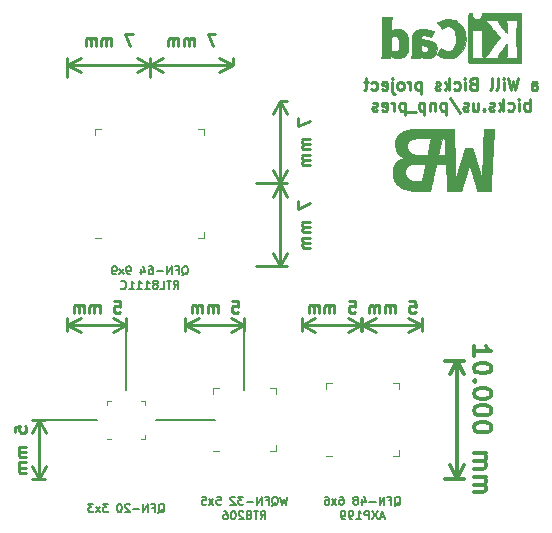
<source format=gbr>
G04 #@! TF.GenerationSoftware,KiCad,Pcbnew,(5.0.0)*
G04 #@! TF.CreationDate,2019-02-17T23:19:19-05:00*
G04 #@! TF.ProjectId,smd test,736D6420746573742E6B696361645F70,rev?*
G04 #@! TF.SameCoordinates,Original*
G04 #@! TF.FileFunction,Legend,Bot*
G04 #@! TF.FilePolarity,Positive*
%FSLAX46Y46*%
G04 Gerber Fmt 4.6, Leading zero omitted, Abs format (unit mm)*
G04 Created by KiCad (PCBNEW (5.0.0)) date 02/17/19 23:19:19*
%MOMM*%
%LPD*%
G01*
G04 APERTURE LIST*
%ADD10C,0.250000*%
%ADD11C,0.175000*%
%ADD12C,0.300000*%
%ADD13C,0.200000*%
%ADD14C,0.120000*%
%ADD15C,0.010000*%
G04 APERTURE END LIST*
D10*
X190333333Y-55827380D02*
X190333333Y-55303571D01*
X190380952Y-55208333D01*
X190476190Y-55160714D01*
X190666666Y-55160714D01*
X190761904Y-55208333D01*
X190333333Y-55779761D02*
X190428571Y-55827380D01*
X190666666Y-55827380D01*
X190761904Y-55779761D01*
X190809523Y-55684523D01*
X190809523Y-55589285D01*
X190761904Y-55494047D01*
X190666666Y-55446428D01*
X190428571Y-55446428D01*
X190333333Y-55398809D01*
X189190476Y-54827380D02*
X188952380Y-55827380D01*
X188761904Y-55113095D01*
X188571428Y-55827380D01*
X188333333Y-54827380D01*
X187952380Y-55827380D02*
X187952380Y-55160714D01*
X187952380Y-54827380D02*
X188000000Y-54875000D01*
X187952380Y-54922619D01*
X187904761Y-54875000D01*
X187952380Y-54827380D01*
X187952380Y-54922619D01*
X187333333Y-55827380D02*
X187428571Y-55779761D01*
X187476190Y-55684523D01*
X187476190Y-54827380D01*
X186809523Y-55827380D02*
X186904761Y-55779761D01*
X186952380Y-55684523D01*
X186952380Y-54827380D01*
X185333333Y-55303571D02*
X185190476Y-55351190D01*
X185142857Y-55398809D01*
X185095238Y-55494047D01*
X185095238Y-55636904D01*
X185142857Y-55732142D01*
X185190476Y-55779761D01*
X185285714Y-55827380D01*
X185666666Y-55827380D01*
X185666666Y-54827380D01*
X185333333Y-54827380D01*
X185238095Y-54875000D01*
X185190476Y-54922619D01*
X185142857Y-55017857D01*
X185142857Y-55113095D01*
X185190476Y-55208333D01*
X185238095Y-55255952D01*
X185333333Y-55303571D01*
X185666666Y-55303571D01*
X184666666Y-55827380D02*
X184666666Y-55160714D01*
X184666666Y-54827380D02*
X184714285Y-54875000D01*
X184666666Y-54922619D01*
X184619047Y-54875000D01*
X184666666Y-54827380D01*
X184666666Y-54922619D01*
X183761904Y-55779761D02*
X183857142Y-55827380D01*
X184047619Y-55827380D01*
X184142857Y-55779761D01*
X184190476Y-55732142D01*
X184238095Y-55636904D01*
X184238095Y-55351190D01*
X184190476Y-55255952D01*
X184142857Y-55208333D01*
X184047619Y-55160714D01*
X183857142Y-55160714D01*
X183761904Y-55208333D01*
X183333333Y-55827380D02*
X183333333Y-54827380D01*
X183238095Y-55446428D02*
X182952380Y-55827380D01*
X182952380Y-55160714D02*
X183333333Y-55541666D01*
X182571428Y-55779761D02*
X182476190Y-55827380D01*
X182285714Y-55827380D01*
X182190476Y-55779761D01*
X182142857Y-55684523D01*
X182142857Y-55636904D01*
X182190476Y-55541666D01*
X182285714Y-55494047D01*
X182428571Y-55494047D01*
X182523809Y-55446428D01*
X182571428Y-55351190D01*
X182571428Y-55303571D01*
X182523809Y-55208333D01*
X182428571Y-55160714D01*
X182285714Y-55160714D01*
X182190476Y-55208333D01*
X180952380Y-55160714D02*
X180952380Y-56160714D01*
X180952380Y-55208333D02*
X180857142Y-55160714D01*
X180666666Y-55160714D01*
X180571428Y-55208333D01*
X180523809Y-55255952D01*
X180476190Y-55351190D01*
X180476190Y-55636904D01*
X180523809Y-55732142D01*
X180571428Y-55779761D01*
X180666666Y-55827380D01*
X180857142Y-55827380D01*
X180952380Y-55779761D01*
X180047619Y-55827380D02*
X180047619Y-55160714D01*
X180047619Y-55351190D02*
X180000000Y-55255952D01*
X179952380Y-55208333D01*
X179857142Y-55160714D01*
X179761904Y-55160714D01*
X179285714Y-55827380D02*
X179380952Y-55779761D01*
X179428571Y-55732142D01*
X179476190Y-55636904D01*
X179476190Y-55351190D01*
X179428571Y-55255952D01*
X179380952Y-55208333D01*
X179285714Y-55160714D01*
X179142857Y-55160714D01*
X179047619Y-55208333D01*
X179000000Y-55255952D01*
X178952380Y-55351190D01*
X178952380Y-55636904D01*
X179000000Y-55732142D01*
X179047619Y-55779761D01*
X179142857Y-55827380D01*
X179285714Y-55827380D01*
X178523809Y-55160714D02*
X178523809Y-56017857D01*
X178571428Y-56113095D01*
X178666666Y-56160714D01*
X178714285Y-56160714D01*
X178523809Y-54827380D02*
X178571428Y-54875000D01*
X178523809Y-54922619D01*
X178476190Y-54875000D01*
X178523809Y-54827380D01*
X178523809Y-54922619D01*
X177666666Y-55779761D02*
X177761904Y-55827380D01*
X177952380Y-55827380D01*
X178047619Y-55779761D01*
X178095238Y-55684523D01*
X178095238Y-55303571D01*
X178047619Y-55208333D01*
X177952380Y-55160714D01*
X177761904Y-55160714D01*
X177666666Y-55208333D01*
X177619047Y-55303571D01*
X177619047Y-55398809D01*
X178095238Y-55494047D01*
X176761904Y-55779761D02*
X176857142Y-55827380D01*
X177047619Y-55827380D01*
X177142857Y-55779761D01*
X177190476Y-55732142D01*
X177238095Y-55636904D01*
X177238095Y-55351190D01*
X177190476Y-55255952D01*
X177142857Y-55208333D01*
X177047619Y-55160714D01*
X176857142Y-55160714D01*
X176761904Y-55208333D01*
X176476190Y-55160714D02*
X176095238Y-55160714D01*
X176333333Y-54827380D02*
X176333333Y-55684523D01*
X176285714Y-55779761D01*
X176190476Y-55827380D01*
X176095238Y-55827380D01*
X190142857Y-57577380D02*
X190142857Y-56577380D01*
X190142857Y-56958333D02*
X190047619Y-56910714D01*
X189857142Y-56910714D01*
X189761904Y-56958333D01*
X189714285Y-57005952D01*
X189666666Y-57101190D01*
X189666666Y-57386904D01*
X189714285Y-57482142D01*
X189761904Y-57529761D01*
X189857142Y-57577380D01*
X190047619Y-57577380D01*
X190142857Y-57529761D01*
X189238095Y-57577380D02*
X189238095Y-56910714D01*
X189238095Y-56577380D02*
X189285714Y-56625000D01*
X189238095Y-56672619D01*
X189190476Y-56625000D01*
X189238095Y-56577380D01*
X189238095Y-56672619D01*
X188333333Y-57529761D02*
X188428571Y-57577380D01*
X188619047Y-57577380D01*
X188714285Y-57529761D01*
X188761904Y-57482142D01*
X188809523Y-57386904D01*
X188809523Y-57101190D01*
X188761904Y-57005952D01*
X188714285Y-56958333D01*
X188619047Y-56910714D01*
X188428571Y-56910714D01*
X188333333Y-56958333D01*
X187904761Y-57577380D02*
X187904761Y-56577380D01*
X187809523Y-57196428D02*
X187523809Y-57577380D01*
X187523809Y-56910714D02*
X187904761Y-57291666D01*
X187142857Y-57529761D02*
X187047619Y-57577380D01*
X186857142Y-57577380D01*
X186761904Y-57529761D01*
X186714285Y-57434523D01*
X186714285Y-57386904D01*
X186761904Y-57291666D01*
X186857142Y-57244047D01*
X187000000Y-57244047D01*
X187095238Y-57196428D01*
X187142857Y-57101190D01*
X187142857Y-57053571D01*
X187095238Y-56958333D01*
X187000000Y-56910714D01*
X186857142Y-56910714D01*
X186761904Y-56958333D01*
X186285714Y-57482142D02*
X186238095Y-57529761D01*
X186285714Y-57577380D01*
X186333333Y-57529761D01*
X186285714Y-57482142D01*
X186285714Y-57577380D01*
X185380952Y-56910714D02*
X185380952Y-57577380D01*
X185809523Y-56910714D02*
X185809523Y-57434523D01*
X185761904Y-57529761D01*
X185666666Y-57577380D01*
X185523809Y-57577380D01*
X185428571Y-57529761D01*
X185380952Y-57482142D01*
X184952380Y-57529761D02*
X184857142Y-57577380D01*
X184666666Y-57577380D01*
X184571428Y-57529761D01*
X184523809Y-57434523D01*
X184523809Y-57386904D01*
X184571428Y-57291666D01*
X184666666Y-57244047D01*
X184809523Y-57244047D01*
X184904761Y-57196428D01*
X184952380Y-57101190D01*
X184952380Y-57053571D01*
X184904761Y-56958333D01*
X184809523Y-56910714D01*
X184666666Y-56910714D01*
X184571428Y-56958333D01*
X183380952Y-56529761D02*
X184238095Y-57815476D01*
X183047619Y-56910714D02*
X183047619Y-57910714D01*
X183047619Y-56958333D02*
X182952380Y-56910714D01*
X182761904Y-56910714D01*
X182666666Y-56958333D01*
X182619047Y-57005952D01*
X182571428Y-57101190D01*
X182571428Y-57386904D01*
X182619047Y-57482142D01*
X182666666Y-57529761D01*
X182761904Y-57577380D01*
X182952380Y-57577380D01*
X183047619Y-57529761D01*
X182142857Y-56910714D02*
X182142857Y-57577380D01*
X182142857Y-57005952D02*
X182095238Y-56958333D01*
X182000000Y-56910714D01*
X181857142Y-56910714D01*
X181761904Y-56958333D01*
X181714285Y-57053571D01*
X181714285Y-57577380D01*
X181238095Y-56910714D02*
X181238095Y-57910714D01*
X181238095Y-56958333D02*
X181142857Y-56910714D01*
X180952380Y-56910714D01*
X180857142Y-56958333D01*
X180809523Y-57005952D01*
X180761904Y-57101190D01*
X180761904Y-57386904D01*
X180809523Y-57482142D01*
X180857142Y-57529761D01*
X180952380Y-57577380D01*
X181142857Y-57577380D01*
X181238095Y-57529761D01*
X180571428Y-57672619D02*
X179809523Y-57672619D01*
X179571428Y-56910714D02*
X179571428Y-57910714D01*
X179571428Y-56958333D02*
X179476190Y-56910714D01*
X179285714Y-56910714D01*
X179190476Y-56958333D01*
X179142857Y-57005952D01*
X179095238Y-57101190D01*
X179095238Y-57386904D01*
X179142857Y-57482142D01*
X179190476Y-57529761D01*
X179285714Y-57577380D01*
X179476190Y-57577380D01*
X179571428Y-57529761D01*
X178666666Y-57577380D02*
X178666666Y-56910714D01*
X178666666Y-57101190D02*
X178619047Y-57005952D01*
X178571428Y-56958333D01*
X178476190Y-56910714D01*
X178380952Y-56910714D01*
X177666666Y-57529761D02*
X177761904Y-57577380D01*
X177952380Y-57577380D01*
X178047619Y-57529761D01*
X178095238Y-57434523D01*
X178095238Y-57053571D01*
X178047619Y-56958333D01*
X177952380Y-56910714D01*
X177761904Y-56910714D01*
X177666666Y-56958333D01*
X177619047Y-57053571D01*
X177619047Y-57148809D01*
X178095238Y-57244047D01*
X177238095Y-57529761D02*
X177142857Y-57577380D01*
X176952380Y-57577380D01*
X176857142Y-57529761D01*
X176809523Y-57434523D01*
X176809523Y-57386904D01*
X176857142Y-57291666D01*
X176952380Y-57244047D01*
X177095238Y-57244047D01*
X177190476Y-57196428D01*
X177238095Y-57101190D01*
X177238095Y-57053571D01*
X177190476Y-56958333D01*
X177095238Y-56910714D01*
X176952380Y-56910714D01*
X176857142Y-56958333D01*
D11*
X160716666Y-71520833D02*
X160783333Y-71487500D01*
X160850000Y-71420833D01*
X160950000Y-71320833D01*
X161016666Y-71287500D01*
X161083333Y-71287500D01*
X161050000Y-71454166D02*
X161116666Y-71420833D01*
X161183333Y-71354166D01*
X161216666Y-71220833D01*
X161216666Y-70987500D01*
X161183333Y-70854166D01*
X161116666Y-70787500D01*
X161050000Y-70754166D01*
X160916666Y-70754166D01*
X160850000Y-70787500D01*
X160783333Y-70854166D01*
X160750000Y-70987500D01*
X160750000Y-71220833D01*
X160783333Y-71354166D01*
X160850000Y-71420833D01*
X160916666Y-71454166D01*
X161050000Y-71454166D01*
X160216666Y-71087500D02*
X160450000Y-71087500D01*
X160450000Y-71454166D02*
X160450000Y-70754166D01*
X160116666Y-70754166D01*
X159850000Y-71454166D02*
X159850000Y-70754166D01*
X159450000Y-71454166D01*
X159450000Y-70754166D01*
X159116666Y-71187500D02*
X158583333Y-71187500D01*
X157950000Y-70754166D02*
X158083333Y-70754166D01*
X158150000Y-70787500D01*
X158183333Y-70820833D01*
X158250000Y-70920833D01*
X158283333Y-71054166D01*
X158283333Y-71320833D01*
X158250000Y-71387500D01*
X158216666Y-71420833D01*
X158150000Y-71454166D01*
X158016666Y-71454166D01*
X157950000Y-71420833D01*
X157916666Y-71387500D01*
X157883333Y-71320833D01*
X157883333Y-71154166D01*
X157916666Y-71087500D01*
X157950000Y-71054166D01*
X158016666Y-71020833D01*
X158150000Y-71020833D01*
X158216666Y-71054166D01*
X158250000Y-71087500D01*
X158283333Y-71154166D01*
X157283333Y-70987500D02*
X157283333Y-71454166D01*
X157450000Y-70720833D02*
X157616666Y-71220833D01*
X157183333Y-71220833D01*
X156350000Y-71454166D02*
X156216666Y-71454166D01*
X156150000Y-71420833D01*
X156116666Y-71387500D01*
X156050000Y-71287500D01*
X156016666Y-71154166D01*
X156016666Y-70887500D01*
X156050000Y-70820833D01*
X156083333Y-70787500D01*
X156150000Y-70754166D01*
X156283333Y-70754166D01*
X156350000Y-70787500D01*
X156383333Y-70820833D01*
X156416666Y-70887500D01*
X156416666Y-71054166D01*
X156383333Y-71120833D01*
X156350000Y-71154166D01*
X156283333Y-71187500D01*
X156150000Y-71187500D01*
X156083333Y-71154166D01*
X156050000Y-71120833D01*
X156016666Y-71054166D01*
X155783333Y-71454166D02*
X155416666Y-70987500D01*
X155783333Y-70987500D02*
X155416666Y-71454166D01*
X155116666Y-71454166D02*
X154983333Y-71454166D01*
X154916666Y-71420833D01*
X154883333Y-71387500D01*
X154816666Y-71287500D01*
X154783333Y-71154166D01*
X154783333Y-70887500D01*
X154816666Y-70820833D01*
X154850000Y-70787500D01*
X154916666Y-70754166D01*
X155050000Y-70754166D01*
X155116666Y-70787500D01*
X155150000Y-70820833D01*
X155183333Y-70887500D01*
X155183333Y-71054166D01*
X155150000Y-71120833D01*
X155116666Y-71154166D01*
X155050000Y-71187500D01*
X154916666Y-71187500D01*
X154850000Y-71154166D01*
X154816666Y-71120833D01*
X154783333Y-71054166D01*
X160016666Y-72679166D02*
X160250000Y-72345833D01*
X160416666Y-72679166D02*
X160416666Y-71979166D01*
X160150000Y-71979166D01*
X160083333Y-72012500D01*
X160050000Y-72045833D01*
X160016666Y-72112500D01*
X160016666Y-72212500D01*
X160050000Y-72279166D01*
X160083333Y-72312500D01*
X160150000Y-72345833D01*
X160416666Y-72345833D01*
X159816666Y-71979166D02*
X159416666Y-71979166D01*
X159616666Y-72679166D02*
X159616666Y-71979166D01*
X158850000Y-72679166D02*
X159183333Y-72679166D01*
X159183333Y-71979166D01*
X158516666Y-72279166D02*
X158583333Y-72245833D01*
X158616666Y-72212500D01*
X158650000Y-72145833D01*
X158650000Y-72112500D01*
X158616666Y-72045833D01*
X158583333Y-72012500D01*
X158516666Y-71979166D01*
X158383333Y-71979166D01*
X158316666Y-72012500D01*
X158283333Y-72045833D01*
X158250000Y-72112500D01*
X158250000Y-72145833D01*
X158283333Y-72212500D01*
X158316666Y-72245833D01*
X158383333Y-72279166D01*
X158516666Y-72279166D01*
X158583333Y-72312500D01*
X158616666Y-72345833D01*
X158650000Y-72412500D01*
X158650000Y-72545833D01*
X158616666Y-72612500D01*
X158583333Y-72645833D01*
X158516666Y-72679166D01*
X158383333Y-72679166D01*
X158316666Y-72645833D01*
X158283333Y-72612500D01*
X158250000Y-72545833D01*
X158250000Y-72412500D01*
X158283333Y-72345833D01*
X158316666Y-72312500D01*
X158383333Y-72279166D01*
X157583333Y-72679166D02*
X157983333Y-72679166D01*
X157783333Y-72679166D02*
X157783333Y-71979166D01*
X157850000Y-72079166D01*
X157916666Y-72145833D01*
X157983333Y-72179166D01*
X156916666Y-72679166D02*
X157316666Y-72679166D01*
X157116666Y-72679166D02*
X157116666Y-71979166D01*
X157183333Y-72079166D01*
X157250000Y-72145833D01*
X157316666Y-72179166D01*
X156250000Y-72679166D02*
X156650000Y-72679166D01*
X156450000Y-72679166D02*
X156450000Y-71979166D01*
X156516666Y-72079166D01*
X156583333Y-72145833D01*
X156650000Y-72179166D01*
X155550000Y-72612500D02*
X155583333Y-72645833D01*
X155683333Y-72679166D01*
X155750000Y-72679166D01*
X155850000Y-72645833D01*
X155916666Y-72579166D01*
X155950000Y-72512500D01*
X155983333Y-72379166D01*
X155983333Y-72279166D01*
X155950000Y-72145833D01*
X155916666Y-72079166D01*
X155850000Y-72012500D01*
X155750000Y-71979166D01*
X155683333Y-71979166D01*
X155583333Y-72012500D01*
X155550000Y-72045833D01*
D10*
X163547619Y-51102380D02*
X162880952Y-51102380D01*
X163309523Y-52102380D01*
X161738095Y-52102380D02*
X161738095Y-51435714D01*
X161738095Y-51530952D02*
X161690476Y-51483333D01*
X161595238Y-51435714D01*
X161452380Y-51435714D01*
X161357142Y-51483333D01*
X161309523Y-51578571D01*
X161309523Y-52102380D01*
X161309523Y-51578571D02*
X161261904Y-51483333D01*
X161166666Y-51435714D01*
X161023809Y-51435714D01*
X160928571Y-51483333D01*
X160880952Y-51578571D01*
X160880952Y-52102380D01*
X160404761Y-52102380D02*
X160404761Y-51435714D01*
X160404761Y-51530952D02*
X160357142Y-51483333D01*
X160261904Y-51435714D01*
X160119047Y-51435714D01*
X160023809Y-51483333D01*
X159976190Y-51578571D01*
X159976190Y-52102380D01*
X159976190Y-51578571D02*
X159928571Y-51483333D01*
X159833333Y-51435714D01*
X159690476Y-51435714D01*
X159595238Y-51483333D01*
X159547619Y-51578571D01*
X159547619Y-52102380D01*
X165000000Y-53750000D02*
X158000000Y-53750000D01*
X165000000Y-53750000D02*
X165000000Y-53163579D01*
X158000000Y-53750000D02*
X158000000Y-53163579D01*
X158000000Y-53750000D02*
X159126504Y-53163579D01*
X158000000Y-53750000D02*
X159126504Y-54336421D01*
X165000000Y-53750000D02*
X163873496Y-53163579D01*
X165000000Y-53750000D02*
X163873496Y-54336421D01*
X156547619Y-51102380D02*
X155880952Y-51102380D01*
X156309523Y-52102380D01*
X154738095Y-52102380D02*
X154738095Y-51435714D01*
X154738095Y-51530952D02*
X154690476Y-51483333D01*
X154595238Y-51435714D01*
X154452380Y-51435714D01*
X154357142Y-51483333D01*
X154309523Y-51578571D01*
X154309523Y-52102380D01*
X154309523Y-51578571D02*
X154261904Y-51483333D01*
X154166666Y-51435714D01*
X154023809Y-51435714D01*
X153928571Y-51483333D01*
X153880952Y-51578571D01*
X153880952Y-52102380D01*
X153404761Y-52102380D02*
X153404761Y-51435714D01*
X153404761Y-51530952D02*
X153357142Y-51483333D01*
X153261904Y-51435714D01*
X153119047Y-51435714D01*
X153023809Y-51483333D01*
X152976190Y-51578571D01*
X152976190Y-52102380D01*
X152976190Y-51578571D02*
X152928571Y-51483333D01*
X152833333Y-51435714D01*
X152690476Y-51435714D01*
X152595238Y-51483333D01*
X152547619Y-51578571D01*
X152547619Y-52102380D01*
X151000000Y-53750000D02*
X158000000Y-53750000D01*
X151000000Y-54750000D02*
X151000000Y-53163579D01*
X158000000Y-54750000D02*
X158000000Y-53163579D01*
X158000000Y-53750000D02*
X156873496Y-54336421D01*
X158000000Y-53750000D02*
X156873496Y-53163579D01*
X151000000Y-53750000D02*
X152126504Y-54336421D01*
X151000000Y-53750000D02*
X152126504Y-53163579D01*
X170552380Y-58202380D02*
X170552380Y-58869047D01*
X171552380Y-58440476D01*
X171552380Y-60011904D02*
X170885714Y-60011904D01*
X170980952Y-60011904D02*
X170933333Y-60059523D01*
X170885714Y-60154761D01*
X170885714Y-60297619D01*
X170933333Y-60392857D01*
X171028571Y-60440476D01*
X171552380Y-60440476D01*
X171028571Y-60440476D02*
X170933333Y-60488095D01*
X170885714Y-60583333D01*
X170885714Y-60726190D01*
X170933333Y-60821428D01*
X171028571Y-60869047D01*
X171552380Y-60869047D01*
X171552380Y-61345238D02*
X170885714Y-61345238D01*
X170980952Y-61345238D02*
X170933333Y-61392857D01*
X170885714Y-61488095D01*
X170885714Y-61630952D01*
X170933333Y-61726190D01*
X171028571Y-61773809D01*
X171552380Y-61773809D01*
X171028571Y-61773809D02*
X170933333Y-61821428D01*
X170885714Y-61916666D01*
X170885714Y-62059523D01*
X170933333Y-62154761D01*
X171028571Y-62202380D01*
X171552380Y-62202380D01*
X169000000Y-63750000D02*
X169000000Y-56750000D01*
X169000000Y-63750000D02*
X169586421Y-63750000D01*
X169000000Y-56750000D02*
X169586421Y-56750000D01*
X169000000Y-56750000D02*
X169586421Y-57876504D01*
X169000000Y-56750000D02*
X168413579Y-57876504D01*
X169000000Y-63750000D02*
X169586421Y-62623496D01*
X169000000Y-63750000D02*
X168413579Y-62623496D01*
X170552380Y-65202380D02*
X170552380Y-65869047D01*
X171552380Y-65440476D01*
X171552380Y-67011904D02*
X170885714Y-67011904D01*
X170980952Y-67011904D02*
X170933333Y-67059523D01*
X170885714Y-67154761D01*
X170885714Y-67297619D01*
X170933333Y-67392857D01*
X171028571Y-67440476D01*
X171552380Y-67440476D01*
X171028571Y-67440476D02*
X170933333Y-67488095D01*
X170885714Y-67583333D01*
X170885714Y-67726190D01*
X170933333Y-67821428D01*
X171028571Y-67869047D01*
X171552380Y-67869047D01*
X171552380Y-68345238D02*
X170885714Y-68345238D01*
X170980952Y-68345238D02*
X170933333Y-68392857D01*
X170885714Y-68488095D01*
X170885714Y-68630952D01*
X170933333Y-68726190D01*
X171028571Y-68773809D01*
X171552380Y-68773809D01*
X171028571Y-68773809D02*
X170933333Y-68821428D01*
X170885714Y-68916666D01*
X170885714Y-69059523D01*
X170933333Y-69154761D01*
X171028571Y-69202380D01*
X171552380Y-69202380D01*
X169000000Y-70750000D02*
X169000000Y-63750000D01*
X167000000Y-70750000D02*
X169586421Y-70750000D01*
X167000000Y-63750000D02*
X169586421Y-63750000D01*
X169000000Y-63750000D02*
X169586421Y-64876504D01*
X169000000Y-63750000D02*
X168413579Y-64876504D01*
X169000000Y-70750000D02*
X169586421Y-69623496D01*
X169000000Y-70750000D02*
X168413579Y-69623496D01*
X179976190Y-73702380D02*
X180452380Y-73702380D01*
X180500000Y-74178571D01*
X180452380Y-74130952D01*
X180357142Y-74083333D01*
X180119047Y-74083333D01*
X180023809Y-74130952D01*
X179976190Y-74178571D01*
X179928571Y-74273809D01*
X179928571Y-74511904D01*
X179976190Y-74607142D01*
X180023809Y-74654761D01*
X180119047Y-74702380D01*
X180357142Y-74702380D01*
X180452380Y-74654761D01*
X180500000Y-74607142D01*
X178738095Y-74702380D02*
X178738095Y-74035714D01*
X178738095Y-74130952D02*
X178690476Y-74083333D01*
X178595238Y-74035714D01*
X178452380Y-74035714D01*
X178357142Y-74083333D01*
X178309523Y-74178571D01*
X178309523Y-74702380D01*
X178309523Y-74178571D02*
X178261904Y-74083333D01*
X178166666Y-74035714D01*
X178023809Y-74035714D01*
X177928571Y-74083333D01*
X177880952Y-74178571D01*
X177880952Y-74702380D01*
X177404761Y-74702380D02*
X177404761Y-74035714D01*
X177404761Y-74130952D02*
X177357142Y-74083333D01*
X177261904Y-74035714D01*
X177119047Y-74035714D01*
X177023809Y-74083333D01*
X176976190Y-74178571D01*
X176976190Y-74702380D01*
X176976190Y-74178571D02*
X176928571Y-74083333D01*
X176833333Y-74035714D01*
X176690476Y-74035714D01*
X176595238Y-74083333D01*
X176547619Y-74178571D01*
X176547619Y-74702380D01*
X176000000Y-75750000D02*
X181000000Y-75750000D01*
X176000000Y-76250000D02*
X176000000Y-75163579D01*
X181000000Y-76250000D02*
X181000000Y-75163579D01*
X181000000Y-75750000D02*
X179873496Y-76336421D01*
X181000000Y-75750000D02*
X179873496Y-75163579D01*
X176000000Y-75750000D02*
X177126504Y-76336421D01*
X176000000Y-75750000D02*
X177126504Y-75163579D01*
D12*
X185421428Y-78392857D02*
X185421428Y-77535714D01*
X185421428Y-77964285D02*
X186921428Y-77964285D01*
X186707142Y-77821428D01*
X186564285Y-77678571D01*
X186492857Y-77535714D01*
X186921428Y-79321428D02*
X186921428Y-79464285D01*
X186850000Y-79607142D01*
X186778571Y-79678571D01*
X186635714Y-79750000D01*
X186350000Y-79821428D01*
X185992857Y-79821428D01*
X185707142Y-79750000D01*
X185564285Y-79678571D01*
X185492857Y-79607142D01*
X185421428Y-79464285D01*
X185421428Y-79321428D01*
X185492857Y-79178571D01*
X185564285Y-79107142D01*
X185707142Y-79035714D01*
X185992857Y-78964285D01*
X186350000Y-78964285D01*
X186635714Y-79035714D01*
X186778571Y-79107142D01*
X186850000Y-79178571D01*
X186921428Y-79321428D01*
X185564285Y-80464285D02*
X185492857Y-80535714D01*
X185421428Y-80464285D01*
X185492857Y-80392857D01*
X185564285Y-80464285D01*
X185421428Y-80464285D01*
X186921428Y-81464285D02*
X186921428Y-81607142D01*
X186850000Y-81750000D01*
X186778571Y-81821428D01*
X186635714Y-81892857D01*
X186350000Y-81964285D01*
X185992857Y-81964285D01*
X185707142Y-81892857D01*
X185564285Y-81821428D01*
X185492857Y-81750000D01*
X185421428Y-81607142D01*
X185421428Y-81464285D01*
X185492857Y-81321428D01*
X185564285Y-81250000D01*
X185707142Y-81178571D01*
X185992857Y-81107142D01*
X186350000Y-81107142D01*
X186635714Y-81178571D01*
X186778571Y-81250000D01*
X186850000Y-81321428D01*
X186921428Y-81464285D01*
X186921428Y-82892857D02*
X186921428Y-83035714D01*
X186850000Y-83178571D01*
X186778571Y-83250000D01*
X186635714Y-83321428D01*
X186350000Y-83392857D01*
X185992857Y-83392857D01*
X185707142Y-83321428D01*
X185564285Y-83250000D01*
X185492857Y-83178571D01*
X185421428Y-83035714D01*
X185421428Y-82892857D01*
X185492857Y-82750000D01*
X185564285Y-82678571D01*
X185707142Y-82607142D01*
X185992857Y-82535714D01*
X186350000Y-82535714D01*
X186635714Y-82607142D01*
X186778571Y-82678571D01*
X186850000Y-82750000D01*
X186921428Y-82892857D01*
X186921428Y-84321428D02*
X186921428Y-84464285D01*
X186850000Y-84607142D01*
X186778571Y-84678571D01*
X186635714Y-84750000D01*
X186350000Y-84821428D01*
X185992857Y-84821428D01*
X185707142Y-84750000D01*
X185564285Y-84678571D01*
X185492857Y-84607142D01*
X185421428Y-84464285D01*
X185421428Y-84321428D01*
X185492857Y-84178571D01*
X185564285Y-84107142D01*
X185707142Y-84035714D01*
X185992857Y-83964285D01*
X186350000Y-83964285D01*
X186635714Y-84035714D01*
X186778571Y-84107142D01*
X186850000Y-84178571D01*
X186921428Y-84321428D01*
X185421428Y-86607142D02*
X186421428Y-86607142D01*
X186278571Y-86607142D02*
X186350000Y-86678571D01*
X186421428Y-86821428D01*
X186421428Y-87035714D01*
X186350000Y-87178571D01*
X186207142Y-87250000D01*
X185421428Y-87250000D01*
X186207142Y-87250000D02*
X186350000Y-87321428D01*
X186421428Y-87464285D01*
X186421428Y-87678571D01*
X186350000Y-87821428D01*
X186207142Y-87892857D01*
X185421428Y-87892857D01*
X185421428Y-88607142D02*
X186421428Y-88607142D01*
X186278571Y-88607142D02*
X186350000Y-88678571D01*
X186421428Y-88821428D01*
X186421428Y-89035714D01*
X186350000Y-89178571D01*
X186207142Y-89250000D01*
X185421428Y-89250000D01*
X186207142Y-89250000D02*
X186350000Y-89321428D01*
X186421428Y-89464285D01*
X186421428Y-89678571D01*
X186350000Y-89821428D01*
X186207142Y-89892857D01*
X185421428Y-89892857D01*
X184000000Y-78750000D02*
X184000000Y-88750000D01*
X183000000Y-78750000D02*
X184586421Y-78750000D01*
X183000000Y-88750000D02*
X184586421Y-88750000D01*
X184000000Y-88750000D02*
X183413579Y-87623496D01*
X184000000Y-88750000D02*
X184586421Y-87623496D01*
X184000000Y-78750000D02*
X183413579Y-79876504D01*
X184000000Y-78750000D02*
X184586421Y-79876504D01*
D11*
X178716666Y-91020833D02*
X178783333Y-90987500D01*
X178850000Y-90920833D01*
X178950000Y-90820833D01*
X179016666Y-90787500D01*
X179083333Y-90787500D01*
X179050000Y-90954166D02*
X179116666Y-90920833D01*
X179183333Y-90854166D01*
X179216666Y-90720833D01*
X179216666Y-90487500D01*
X179183333Y-90354166D01*
X179116666Y-90287500D01*
X179050000Y-90254166D01*
X178916666Y-90254166D01*
X178850000Y-90287500D01*
X178783333Y-90354166D01*
X178750000Y-90487500D01*
X178750000Y-90720833D01*
X178783333Y-90854166D01*
X178850000Y-90920833D01*
X178916666Y-90954166D01*
X179050000Y-90954166D01*
X178216666Y-90587500D02*
X178450000Y-90587500D01*
X178450000Y-90954166D02*
X178450000Y-90254166D01*
X178116666Y-90254166D01*
X177850000Y-90954166D02*
X177850000Y-90254166D01*
X177450000Y-90954166D01*
X177450000Y-90254166D01*
X177116666Y-90687500D02*
X176583333Y-90687500D01*
X175950000Y-90487500D02*
X175950000Y-90954166D01*
X176116666Y-90220833D02*
X176283333Y-90720833D01*
X175850000Y-90720833D01*
X175483333Y-90554166D02*
X175550000Y-90520833D01*
X175583333Y-90487500D01*
X175616666Y-90420833D01*
X175616666Y-90387500D01*
X175583333Y-90320833D01*
X175550000Y-90287500D01*
X175483333Y-90254166D01*
X175350000Y-90254166D01*
X175283333Y-90287500D01*
X175250000Y-90320833D01*
X175216666Y-90387500D01*
X175216666Y-90420833D01*
X175250000Y-90487500D01*
X175283333Y-90520833D01*
X175350000Y-90554166D01*
X175483333Y-90554166D01*
X175550000Y-90587500D01*
X175583333Y-90620833D01*
X175616666Y-90687500D01*
X175616666Y-90820833D01*
X175583333Y-90887500D01*
X175550000Y-90920833D01*
X175483333Y-90954166D01*
X175350000Y-90954166D01*
X175283333Y-90920833D01*
X175250000Y-90887500D01*
X175216666Y-90820833D01*
X175216666Y-90687500D01*
X175250000Y-90620833D01*
X175283333Y-90587500D01*
X175350000Y-90554166D01*
X174083333Y-90254166D02*
X174216666Y-90254166D01*
X174283333Y-90287500D01*
X174316666Y-90320833D01*
X174383333Y-90420833D01*
X174416666Y-90554166D01*
X174416666Y-90820833D01*
X174383333Y-90887500D01*
X174350000Y-90920833D01*
X174283333Y-90954166D01*
X174150000Y-90954166D01*
X174083333Y-90920833D01*
X174050000Y-90887500D01*
X174016666Y-90820833D01*
X174016666Y-90654166D01*
X174050000Y-90587500D01*
X174083333Y-90554166D01*
X174150000Y-90520833D01*
X174283333Y-90520833D01*
X174350000Y-90554166D01*
X174383333Y-90587500D01*
X174416666Y-90654166D01*
X173783333Y-90954166D02*
X173416666Y-90487500D01*
X173783333Y-90487500D02*
X173416666Y-90954166D01*
X172850000Y-90254166D02*
X172983333Y-90254166D01*
X173050000Y-90287500D01*
X173083333Y-90320833D01*
X173150000Y-90420833D01*
X173183333Y-90554166D01*
X173183333Y-90820833D01*
X173150000Y-90887500D01*
X173116666Y-90920833D01*
X173050000Y-90954166D01*
X172916666Y-90954166D01*
X172850000Y-90920833D01*
X172816666Y-90887500D01*
X172783333Y-90820833D01*
X172783333Y-90654166D01*
X172816666Y-90587500D01*
X172850000Y-90554166D01*
X172916666Y-90520833D01*
X173050000Y-90520833D01*
X173116666Y-90554166D01*
X173150000Y-90587500D01*
X173183333Y-90654166D01*
X177850000Y-91979166D02*
X177516666Y-91979166D01*
X177916666Y-92179166D02*
X177683333Y-91479166D01*
X177450000Y-92179166D01*
X177283333Y-91479166D02*
X176816666Y-92179166D01*
X176816666Y-91479166D02*
X177283333Y-92179166D01*
X176550000Y-92179166D02*
X176550000Y-91479166D01*
X176283333Y-91479166D01*
X176216666Y-91512500D01*
X176183333Y-91545833D01*
X176150000Y-91612500D01*
X176150000Y-91712500D01*
X176183333Y-91779166D01*
X176216666Y-91812500D01*
X176283333Y-91845833D01*
X176550000Y-91845833D01*
X175483333Y-92179166D02*
X175883333Y-92179166D01*
X175683333Y-92179166D02*
X175683333Y-91479166D01*
X175750000Y-91579166D01*
X175816666Y-91645833D01*
X175883333Y-91679166D01*
X175150000Y-92179166D02*
X175016666Y-92179166D01*
X174950000Y-92145833D01*
X174916666Y-92112500D01*
X174850000Y-92012500D01*
X174816666Y-91879166D01*
X174816666Y-91612500D01*
X174850000Y-91545833D01*
X174883333Y-91512500D01*
X174950000Y-91479166D01*
X175083333Y-91479166D01*
X175150000Y-91512500D01*
X175183333Y-91545833D01*
X175216666Y-91612500D01*
X175216666Y-91779166D01*
X175183333Y-91845833D01*
X175150000Y-91879166D01*
X175083333Y-91912500D01*
X174950000Y-91912500D01*
X174883333Y-91879166D01*
X174850000Y-91845833D01*
X174816666Y-91779166D01*
X174483333Y-92179166D02*
X174350000Y-92179166D01*
X174283333Y-92145833D01*
X174250000Y-92112500D01*
X174183333Y-92012500D01*
X174150000Y-91879166D01*
X174150000Y-91612500D01*
X174183333Y-91545833D01*
X174216666Y-91512500D01*
X174283333Y-91479166D01*
X174416666Y-91479166D01*
X174483333Y-91512500D01*
X174516666Y-91545833D01*
X174550000Y-91612500D01*
X174550000Y-91779166D01*
X174516666Y-91845833D01*
X174483333Y-91879166D01*
X174416666Y-91912500D01*
X174283333Y-91912500D01*
X174216666Y-91879166D01*
X174183333Y-91845833D01*
X174150000Y-91779166D01*
D10*
X174865860Y-73702380D02*
X175342050Y-73702380D01*
X175389670Y-74178571D01*
X175342050Y-74130952D01*
X175246812Y-74083333D01*
X175008717Y-74083333D01*
X174913479Y-74130952D01*
X174865860Y-74178571D01*
X174818241Y-74273809D01*
X174818241Y-74511904D01*
X174865860Y-74607142D01*
X174913479Y-74654761D01*
X175008717Y-74702380D01*
X175246812Y-74702380D01*
X175342050Y-74654761D01*
X175389670Y-74607142D01*
X173627765Y-74702380D02*
X173627765Y-74035714D01*
X173627765Y-74130952D02*
X173580146Y-74083333D01*
X173484908Y-74035714D01*
X173342050Y-74035714D01*
X173246812Y-74083333D01*
X173199193Y-74178571D01*
X173199193Y-74702380D01*
X173199193Y-74178571D02*
X173151574Y-74083333D01*
X173056336Y-74035714D01*
X172913479Y-74035714D01*
X172818241Y-74083333D01*
X172770622Y-74178571D01*
X172770622Y-74702380D01*
X172294431Y-74702380D02*
X172294431Y-74035714D01*
X172294431Y-74130952D02*
X172246812Y-74083333D01*
X172151574Y-74035714D01*
X172008717Y-74035714D01*
X171913479Y-74083333D01*
X171865860Y-74178571D01*
X171865860Y-74702380D01*
X171865860Y-74178571D02*
X171818241Y-74083333D01*
X171723003Y-74035714D01*
X171580146Y-74035714D01*
X171484908Y-74083333D01*
X171437289Y-74178571D01*
X171437289Y-74702380D01*
X170889670Y-75750000D02*
X175889670Y-75750000D01*
X170889670Y-76250000D02*
X170889670Y-75163579D01*
X175889670Y-76250000D02*
X175889670Y-75163579D01*
X175889670Y-75750000D02*
X174763166Y-76336421D01*
X175889670Y-75750000D02*
X174763166Y-75163579D01*
X170889670Y-75750000D02*
X172016174Y-76336421D01*
X170889670Y-75750000D02*
X172016174Y-75163579D01*
D13*
X158500000Y-83750000D02*
X163500000Y-83750000D01*
X166000000Y-76250000D02*
X166000000Y-81250000D01*
X148500000Y-83750000D02*
X153500000Y-83750000D01*
X156000000Y-81250000D02*
X156000000Y-76250000D01*
D10*
X146547044Y-84801068D02*
X146547044Y-84324878D01*
X147023235Y-84277259D01*
X146975616Y-84324878D01*
X146927997Y-84420116D01*
X146927997Y-84658211D01*
X146975616Y-84753449D01*
X147023235Y-84801068D01*
X147118473Y-84848687D01*
X147356568Y-84848687D01*
X147451806Y-84801068D01*
X147499425Y-84753449D01*
X147547044Y-84658211D01*
X147547044Y-84420116D01*
X147499425Y-84324878D01*
X147451806Y-84277259D01*
X147547044Y-86039163D02*
X146880378Y-86039163D01*
X146975616Y-86039163D02*
X146927997Y-86086782D01*
X146880378Y-86182020D01*
X146880378Y-86324878D01*
X146927997Y-86420116D01*
X147023235Y-86467735D01*
X147547044Y-86467735D01*
X147023235Y-86467735D02*
X146927997Y-86515354D01*
X146880378Y-86610592D01*
X146880378Y-86753449D01*
X146927997Y-86848687D01*
X147023235Y-86896306D01*
X147547044Y-86896306D01*
X147547044Y-87372497D02*
X146880378Y-87372497D01*
X146975616Y-87372497D02*
X146927997Y-87420116D01*
X146880378Y-87515354D01*
X146880378Y-87658211D01*
X146927997Y-87753449D01*
X147023235Y-87801068D01*
X147547044Y-87801068D01*
X147023235Y-87801068D02*
X146927997Y-87848687D01*
X146880378Y-87943925D01*
X146880378Y-88086782D01*
X146927997Y-88182020D01*
X147023235Y-88229639D01*
X147547044Y-88229639D01*
X148594664Y-88777259D02*
X148594664Y-83777259D01*
X149094664Y-88777259D02*
X148008243Y-88777259D01*
X149094664Y-83777259D02*
X148008243Y-83777259D01*
X148594664Y-83777259D02*
X149181085Y-84903763D01*
X148594664Y-83777259D02*
X148008243Y-84903763D01*
X148594664Y-88777259D02*
X149181085Y-87650755D01*
X148594664Y-88777259D02*
X148008243Y-87650755D01*
X164976190Y-73702380D02*
X165452380Y-73702380D01*
X165500000Y-74178571D01*
X165452380Y-74130952D01*
X165357142Y-74083333D01*
X165119047Y-74083333D01*
X165023809Y-74130952D01*
X164976190Y-74178571D01*
X164928571Y-74273809D01*
X164928571Y-74511904D01*
X164976190Y-74607142D01*
X165023809Y-74654761D01*
X165119047Y-74702380D01*
X165357142Y-74702380D01*
X165452380Y-74654761D01*
X165500000Y-74607142D01*
X163738095Y-74702380D02*
X163738095Y-74035714D01*
X163738095Y-74130952D02*
X163690476Y-74083333D01*
X163595238Y-74035714D01*
X163452380Y-74035714D01*
X163357142Y-74083333D01*
X163309523Y-74178571D01*
X163309523Y-74702380D01*
X163309523Y-74178571D02*
X163261904Y-74083333D01*
X163166666Y-74035714D01*
X163023809Y-74035714D01*
X162928571Y-74083333D01*
X162880952Y-74178571D01*
X162880952Y-74702380D01*
X162404761Y-74702380D02*
X162404761Y-74035714D01*
X162404761Y-74130952D02*
X162357142Y-74083333D01*
X162261904Y-74035714D01*
X162119047Y-74035714D01*
X162023809Y-74083333D01*
X161976190Y-74178571D01*
X161976190Y-74702380D01*
X161976190Y-74178571D02*
X161928571Y-74083333D01*
X161833333Y-74035714D01*
X161690476Y-74035714D01*
X161595238Y-74083333D01*
X161547619Y-74178571D01*
X161547619Y-74702380D01*
X161000000Y-75750000D02*
X166000000Y-75750000D01*
X161000000Y-76250000D02*
X161000000Y-75163579D01*
X166000000Y-76250000D02*
X166000000Y-75163579D01*
X166000000Y-75750000D02*
X164873496Y-76336421D01*
X166000000Y-75750000D02*
X164873496Y-75163579D01*
X161000000Y-75750000D02*
X162126504Y-76336421D01*
X161000000Y-75750000D02*
X162126504Y-75163579D01*
X154976190Y-73702380D02*
X155452380Y-73702380D01*
X155500000Y-74178571D01*
X155452380Y-74130952D01*
X155357142Y-74083333D01*
X155119047Y-74083333D01*
X155023809Y-74130952D01*
X154976190Y-74178571D01*
X154928571Y-74273809D01*
X154928571Y-74511904D01*
X154976190Y-74607142D01*
X155023809Y-74654761D01*
X155119047Y-74702380D01*
X155357142Y-74702380D01*
X155452380Y-74654761D01*
X155500000Y-74607142D01*
X153738095Y-74702380D02*
X153738095Y-74035714D01*
X153738095Y-74130952D02*
X153690476Y-74083333D01*
X153595238Y-74035714D01*
X153452380Y-74035714D01*
X153357142Y-74083333D01*
X153309523Y-74178571D01*
X153309523Y-74702380D01*
X153309523Y-74178571D02*
X153261904Y-74083333D01*
X153166666Y-74035714D01*
X153023809Y-74035714D01*
X152928571Y-74083333D01*
X152880952Y-74178571D01*
X152880952Y-74702380D01*
X152404761Y-74702380D02*
X152404761Y-74035714D01*
X152404761Y-74130952D02*
X152357142Y-74083333D01*
X152261904Y-74035714D01*
X152119047Y-74035714D01*
X152023809Y-74083333D01*
X151976190Y-74178571D01*
X151976190Y-74702380D01*
X151976190Y-74178571D02*
X151928571Y-74083333D01*
X151833333Y-74035714D01*
X151690476Y-74035714D01*
X151595238Y-74083333D01*
X151547619Y-74178571D01*
X151547619Y-74702380D01*
X151000000Y-75750000D02*
X156000000Y-75750000D01*
X151000000Y-76250000D02*
X151000000Y-75163579D01*
X156000000Y-76250000D02*
X156000000Y-75163579D01*
X156000000Y-75750000D02*
X154873496Y-76336421D01*
X156000000Y-75750000D02*
X154873496Y-75163579D01*
X151000000Y-75750000D02*
X152126504Y-76336421D01*
X151000000Y-75750000D02*
X152126504Y-75163579D01*
D11*
X169650000Y-90254166D02*
X169483333Y-90954166D01*
X169350000Y-90454166D01*
X169216666Y-90954166D01*
X169050000Y-90254166D01*
X168316666Y-91020833D02*
X168383333Y-90987500D01*
X168450000Y-90920833D01*
X168550000Y-90820833D01*
X168616666Y-90787500D01*
X168683333Y-90787500D01*
X168650000Y-90954166D02*
X168716666Y-90920833D01*
X168783333Y-90854166D01*
X168816666Y-90720833D01*
X168816666Y-90487500D01*
X168783333Y-90354166D01*
X168716666Y-90287500D01*
X168650000Y-90254166D01*
X168516666Y-90254166D01*
X168450000Y-90287500D01*
X168383333Y-90354166D01*
X168350000Y-90487500D01*
X168350000Y-90720833D01*
X168383333Y-90854166D01*
X168450000Y-90920833D01*
X168516666Y-90954166D01*
X168650000Y-90954166D01*
X167816666Y-90587500D02*
X168050000Y-90587500D01*
X168050000Y-90954166D02*
X168050000Y-90254166D01*
X167716666Y-90254166D01*
X167450000Y-90954166D02*
X167450000Y-90254166D01*
X167050000Y-90954166D01*
X167050000Y-90254166D01*
X166716666Y-90687500D02*
X166183333Y-90687500D01*
X165916666Y-90254166D02*
X165483333Y-90254166D01*
X165716666Y-90520833D01*
X165616666Y-90520833D01*
X165550000Y-90554166D01*
X165516666Y-90587500D01*
X165483333Y-90654166D01*
X165483333Y-90820833D01*
X165516666Y-90887500D01*
X165550000Y-90920833D01*
X165616666Y-90954166D01*
X165816666Y-90954166D01*
X165883333Y-90920833D01*
X165916666Y-90887500D01*
X165216666Y-90320833D02*
X165183333Y-90287500D01*
X165116666Y-90254166D01*
X164950000Y-90254166D01*
X164883333Y-90287500D01*
X164850000Y-90320833D01*
X164816666Y-90387500D01*
X164816666Y-90454166D01*
X164850000Y-90554166D01*
X165250000Y-90954166D01*
X164816666Y-90954166D01*
X163650000Y-90254166D02*
X163983333Y-90254166D01*
X164016666Y-90587500D01*
X163983333Y-90554166D01*
X163916666Y-90520833D01*
X163750000Y-90520833D01*
X163683333Y-90554166D01*
X163650000Y-90587500D01*
X163616666Y-90654166D01*
X163616666Y-90820833D01*
X163650000Y-90887500D01*
X163683333Y-90920833D01*
X163750000Y-90954166D01*
X163916666Y-90954166D01*
X163983333Y-90920833D01*
X164016666Y-90887500D01*
X163383333Y-90954166D02*
X163016666Y-90487500D01*
X163383333Y-90487500D02*
X163016666Y-90954166D01*
X162416666Y-90254166D02*
X162750000Y-90254166D01*
X162783333Y-90587500D01*
X162750000Y-90554166D01*
X162683333Y-90520833D01*
X162516666Y-90520833D01*
X162450000Y-90554166D01*
X162416666Y-90587500D01*
X162383333Y-90654166D01*
X162383333Y-90820833D01*
X162416666Y-90887500D01*
X162450000Y-90920833D01*
X162516666Y-90954166D01*
X162683333Y-90954166D01*
X162750000Y-90920833D01*
X162783333Y-90887500D01*
X167383333Y-92179166D02*
X167616666Y-91845833D01*
X167783333Y-92179166D02*
X167783333Y-91479166D01*
X167516666Y-91479166D01*
X167450000Y-91512500D01*
X167416666Y-91545833D01*
X167383333Y-91612500D01*
X167383333Y-91712500D01*
X167416666Y-91779166D01*
X167450000Y-91812500D01*
X167516666Y-91845833D01*
X167783333Y-91845833D01*
X167183333Y-91479166D02*
X166783333Y-91479166D01*
X166983333Y-92179166D02*
X166983333Y-91479166D01*
X166450000Y-91779166D02*
X166516666Y-91745833D01*
X166550000Y-91712500D01*
X166583333Y-91645833D01*
X166583333Y-91612500D01*
X166550000Y-91545833D01*
X166516666Y-91512500D01*
X166450000Y-91479166D01*
X166316666Y-91479166D01*
X166250000Y-91512500D01*
X166216666Y-91545833D01*
X166183333Y-91612500D01*
X166183333Y-91645833D01*
X166216666Y-91712500D01*
X166250000Y-91745833D01*
X166316666Y-91779166D01*
X166450000Y-91779166D01*
X166516666Y-91812500D01*
X166550000Y-91845833D01*
X166583333Y-91912500D01*
X166583333Y-92045833D01*
X166550000Y-92112500D01*
X166516666Y-92145833D01*
X166450000Y-92179166D01*
X166316666Y-92179166D01*
X166250000Y-92145833D01*
X166216666Y-92112500D01*
X166183333Y-92045833D01*
X166183333Y-91912500D01*
X166216666Y-91845833D01*
X166250000Y-91812500D01*
X166316666Y-91779166D01*
X165916666Y-91545833D02*
X165883333Y-91512500D01*
X165816666Y-91479166D01*
X165650000Y-91479166D01*
X165583333Y-91512500D01*
X165550000Y-91545833D01*
X165516666Y-91612500D01*
X165516666Y-91679166D01*
X165550000Y-91779166D01*
X165950000Y-92179166D01*
X165516666Y-92179166D01*
X165083333Y-91479166D02*
X165016666Y-91479166D01*
X164950000Y-91512500D01*
X164916666Y-91545833D01*
X164883333Y-91612500D01*
X164850000Y-91745833D01*
X164850000Y-91912500D01*
X164883333Y-92045833D01*
X164916666Y-92112500D01*
X164950000Y-92145833D01*
X165016666Y-92179166D01*
X165083333Y-92179166D01*
X165150000Y-92145833D01*
X165183333Y-92112500D01*
X165216666Y-92045833D01*
X165250000Y-91912500D01*
X165250000Y-91745833D01*
X165216666Y-91612500D01*
X165183333Y-91545833D01*
X165150000Y-91512500D01*
X165083333Y-91479166D01*
X164250000Y-91479166D02*
X164383333Y-91479166D01*
X164450000Y-91512500D01*
X164483333Y-91545833D01*
X164550000Y-91645833D01*
X164583333Y-91779166D01*
X164583333Y-92045833D01*
X164550000Y-92112500D01*
X164516666Y-92145833D01*
X164450000Y-92179166D01*
X164316666Y-92179166D01*
X164250000Y-92145833D01*
X164216666Y-92112500D01*
X164183333Y-92045833D01*
X164183333Y-91879166D01*
X164216666Y-91812500D01*
X164250000Y-91779166D01*
X164316666Y-91745833D01*
X164450000Y-91745833D01*
X164516666Y-91779166D01*
X164550000Y-91812500D01*
X164583333Y-91879166D01*
X158716666Y-91633333D02*
X158783333Y-91600000D01*
X158850000Y-91533333D01*
X158950000Y-91433333D01*
X159016666Y-91400000D01*
X159083333Y-91400000D01*
X159050000Y-91566666D02*
X159116666Y-91533333D01*
X159183333Y-91466666D01*
X159216666Y-91333333D01*
X159216666Y-91100000D01*
X159183333Y-90966666D01*
X159116666Y-90900000D01*
X159050000Y-90866666D01*
X158916666Y-90866666D01*
X158850000Y-90900000D01*
X158783333Y-90966666D01*
X158750000Y-91100000D01*
X158750000Y-91333333D01*
X158783333Y-91466666D01*
X158850000Y-91533333D01*
X158916666Y-91566666D01*
X159050000Y-91566666D01*
X158216666Y-91200000D02*
X158450000Y-91200000D01*
X158450000Y-91566666D02*
X158450000Y-90866666D01*
X158116666Y-90866666D01*
X157850000Y-91566666D02*
X157850000Y-90866666D01*
X157450000Y-91566666D01*
X157450000Y-90866666D01*
X157116666Y-91300000D02*
X156583333Y-91300000D01*
X156283333Y-90933333D02*
X156250000Y-90900000D01*
X156183333Y-90866666D01*
X156016666Y-90866666D01*
X155950000Y-90900000D01*
X155916666Y-90933333D01*
X155883333Y-91000000D01*
X155883333Y-91066666D01*
X155916666Y-91166666D01*
X156316666Y-91566666D01*
X155883333Y-91566666D01*
X155450000Y-90866666D02*
X155383333Y-90866666D01*
X155316666Y-90900000D01*
X155283333Y-90933333D01*
X155250000Y-91000000D01*
X155216666Y-91133333D01*
X155216666Y-91300000D01*
X155250000Y-91433333D01*
X155283333Y-91500000D01*
X155316666Y-91533333D01*
X155383333Y-91566666D01*
X155450000Y-91566666D01*
X155516666Y-91533333D01*
X155550000Y-91500000D01*
X155583333Y-91433333D01*
X155616666Y-91300000D01*
X155616666Y-91133333D01*
X155583333Y-91000000D01*
X155550000Y-90933333D01*
X155516666Y-90900000D01*
X155450000Y-90866666D01*
X154450000Y-90866666D02*
X154016666Y-90866666D01*
X154250000Y-91133333D01*
X154150000Y-91133333D01*
X154083333Y-91166666D01*
X154050000Y-91200000D01*
X154016666Y-91266666D01*
X154016666Y-91433333D01*
X154050000Y-91500000D01*
X154083333Y-91533333D01*
X154150000Y-91566666D01*
X154350000Y-91566666D01*
X154416666Y-91533333D01*
X154450000Y-91500000D01*
X153783333Y-91566666D02*
X153416666Y-91100000D01*
X153783333Y-91100000D02*
X153416666Y-91566666D01*
X153216666Y-90866666D02*
X152783333Y-90866666D01*
X153016666Y-91133333D01*
X152916666Y-91133333D01*
X152850000Y-91166666D01*
X152816666Y-91200000D01*
X152783333Y-91266666D01*
X152783333Y-91433333D01*
X152816666Y-91500000D01*
X152850000Y-91533333D01*
X152916666Y-91566666D01*
X153116666Y-91566666D01*
X153183333Y-91533333D01*
X153216666Y-91500000D01*
D14*
G04 #@! TO.C,REF\002A\002A*
X168667000Y-86417000D02*
X168667000Y-85909000D01*
X168159000Y-86417000D02*
X168667000Y-86417000D01*
X168667000Y-81083000D02*
X168159000Y-81083000D01*
X168667000Y-81591000D02*
X168667000Y-81083000D01*
X163333000Y-81083000D02*
X163333000Y-81591000D01*
X163841000Y-81083000D02*
X163333000Y-81083000D01*
X163841000Y-86417000D02*
X163333000Y-86417000D01*
D15*
G36*
X177652536Y-51307150D02*
X177650994Y-51637052D01*
X177649434Y-51919981D01*
X177647739Y-52159761D01*
X177645792Y-52360219D01*
X177643477Y-52525181D01*
X177640678Y-52658472D01*
X177637276Y-52763918D01*
X177633156Y-52845345D01*
X177628201Y-52906580D01*
X177622293Y-52951447D01*
X177615317Y-52983774D01*
X177607155Y-53007385D01*
X177600198Y-53021650D01*
X177555096Y-53104200D01*
X178369200Y-53104200D01*
X178369200Y-53028000D01*
X178372559Y-52974452D01*
X178380649Y-52951804D01*
X178380773Y-52951800D01*
X178406891Y-52964784D01*
X178459274Y-52997537D01*
X178486097Y-53015421D01*
X178618397Y-53082647D01*
X178778063Y-53129589D01*
X178946978Y-53153338D01*
X179107023Y-53150984D01*
X179207400Y-53131247D01*
X179391462Y-53049939D01*
X179556590Y-52928200D01*
X179691483Y-52775510D01*
X179752845Y-52673694D01*
X179820269Y-52516029D01*
X179864145Y-52349951D01*
X179887286Y-52161403D01*
X179892759Y-51974913D01*
X179891998Y-51961200D01*
X179091864Y-51961200D01*
X179087366Y-52136895D01*
X179073751Y-52270414D01*
X179048523Y-52369949D01*
X179009188Y-52443691D01*
X178953249Y-52499831D01*
X178920984Y-52522170D01*
X178814579Y-52560164D01*
X178688856Y-52557176D01*
X178553797Y-52513728D01*
X178529501Y-52501773D01*
X178432700Y-52451557D01*
X178425858Y-51902487D01*
X178419015Y-51353416D01*
X178486109Y-51309454D01*
X178549640Y-51282707D01*
X178639332Y-51262044D01*
X178697367Y-51255065D01*
X178785745Y-51251970D01*
X178844709Y-51262095D01*
X178895015Y-51290683D01*
X178921073Y-51311568D01*
X178988417Y-51385167D01*
X179037336Y-51480737D01*
X179069659Y-51605234D01*
X179087213Y-51765611D01*
X179091864Y-51961200D01*
X179891998Y-51961200D01*
X179876325Y-51678965D01*
X179828458Y-51419134D01*
X179749829Y-51196509D01*
X179641111Y-51012180D01*
X179502975Y-50867237D01*
X179336094Y-50762768D01*
X179141140Y-50699864D01*
X179101830Y-50692835D01*
X178986297Y-50684575D01*
X178858937Y-50691429D01*
X178732339Y-50710852D01*
X178619088Y-50740299D01*
X178531772Y-50777225D01*
X178483738Y-50817815D01*
X178462873Y-50842282D01*
X178446830Y-50837192D01*
X178435075Y-50798657D01*
X178427076Y-50722788D01*
X178422298Y-50605701D01*
X178420207Y-50443506D01*
X178420000Y-50353670D01*
X178420523Y-50179573D01*
X178422531Y-50048217D01*
X178426689Y-49951550D01*
X178433657Y-49881519D01*
X178444099Y-49830073D01*
X178458678Y-49789158D01*
X178468062Y-49769470D01*
X178516124Y-49675200D01*
X177659772Y-49675200D01*
X177652536Y-51307150D01*
X177652536Y-51307150D01*
G37*
X177652536Y-51307150D02*
X177650994Y-51637052D01*
X177649434Y-51919981D01*
X177647739Y-52159761D01*
X177645792Y-52360219D01*
X177643477Y-52525181D01*
X177640678Y-52658472D01*
X177637276Y-52763918D01*
X177633156Y-52845345D01*
X177628201Y-52906580D01*
X177622293Y-52951447D01*
X177615317Y-52983774D01*
X177607155Y-53007385D01*
X177600198Y-53021650D01*
X177555096Y-53104200D01*
X178369200Y-53104200D01*
X178369200Y-53028000D01*
X178372559Y-52974452D01*
X178380649Y-52951804D01*
X178380773Y-52951800D01*
X178406891Y-52964784D01*
X178459274Y-52997537D01*
X178486097Y-53015421D01*
X178618397Y-53082647D01*
X178778063Y-53129589D01*
X178946978Y-53153338D01*
X179107023Y-53150984D01*
X179207400Y-53131247D01*
X179391462Y-53049939D01*
X179556590Y-52928200D01*
X179691483Y-52775510D01*
X179752845Y-52673694D01*
X179820269Y-52516029D01*
X179864145Y-52349951D01*
X179887286Y-52161403D01*
X179892759Y-51974913D01*
X179891998Y-51961200D01*
X179091864Y-51961200D01*
X179087366Y-52136895D01*
X179073751Y-52270414D01*
X179048523Y-52369949D01*
X179009188Y-52443691D01*
X178953249Y-52499831D01*
X178920984Y-52522170D01*
X178814579Y-52560164D01*
X178688856Y-52557176D01*
X178553797Y-52513728D01*
X178529501Y-52501773D01*
X178432700Y-52451557D01*
X178425858Y-51902487D01*
X178419015Y-51353416D01*
X178486109Y-51309454D01*
X178549640Y-51282707D01*
X178639332Y-51262044D01*
X178697367Y-51255065D01*
X178785745Y-51251970D01*
X178844709Y-51262095D01*
X178895015Y-51290683D01*
X178921073Y-51311568D01*
X178988417Y-51385167D01*
X179037336Y-51480737D01*
X179069659Y-51605234D01*
X179087213Y-51765611D01*
X179091864Y-51961200D01*
X179891998Y-51961200D01*
X179876325Y-51678965D01*
X179828458Y-51419134D01*
X179749829Y-51196509D01*
X179641111Y-51012180D01*
X179502975Y-50867237D01*
X179336094Y-50762768D01*
X179141140Y-50699864D01*
X179101830Y-50692835D01*
X178986297Y-50684575D01*
X178858937Y-50691429D01*
X178732339Y-50710852D01*
X178619088Y-50740299D01*
X178531772Y-50777225D01*
X178483738Y-50817815D01*
X178462873Y-50842282D01*
X178446830Y-50837192D01*
X178435075Y-50798657D01*
X178427076Y-50722788D01*
X178422298Y-50605701D01*
X178420207Y-50443506D01*
X178420000Y-50353670D01*
X178420523Y-50179573D01*
X178422531Y-50048217D01*
X178426689Y-49951550D01*
X178433657Y-49881519D01*
X178444099Y-49830073D01*
X178458678Y-49789158D01*
X178468062Y-49769470D01*
X178516124Y-49675200D01*
X177659772Y-49675200D01*
X177652536Y-51307150D01*
G36*
X180872380Y-50702359D02*
X180696424Y-50742264D01*
X180577487Y-50786895D01*
X180484902Y-50842778D01*
X180402221Y-50916360D01*
X180349083Y-50971188D01*
X180305604Y-51022829D01*
X180270709Y-51076992D01*
X180243324Y-51139387D01*
X180222376Y-51215723D01*
X180206791Y-51311710D01*
X180195496Y-51433058D01*
X180187415Y-51585475D01*
X180181477Y-51774670D01*
X180176606Y-52006355D01*
X180174451Y-52127477D01*
X180170193Y-52359434D01*
X180166070Y-52546051D01*
X180161724Y-52692785D01*
X180156797Y-52805095D01*
X180150932Y-52888437D01*
X180143769Y-52948269D01*
X180134951Y-52990049D01*
X180124120Y-53019234D01*
X180114865Y-53035527D01*
X180069829Y-53104200D01*
X180880582Y-53104200D01*
X180896500Y-52950698D01*
X180995898Y-53018483D01*
X181152054Y-53097254D01*
X181332908Y-53143178D01*
X181522705Y-53154137D01*
X181705691Y-53128011D01*
X181739166Y-53118436D01*
X181925571Y-53036112D01*
X182076480Y-52918585D01*
X182189348Y-52769321D01*
X182261625Y-52591786D01*
X182290765Y-52389443D01*
X182291212Y-52367600D01*
X182290548Y-52338545D01*
X181562293Y-52338545D01*
X181558037Y-52427884D01*
X181547910Y-52458502D01*
X181485221Y-52539089D01*
X181390277Y-52593481D01*
X181276673Y-52617352D01*
X181158004Y-52606378D01*
X181120404Y-52594508D01*
X181033217Y-52552968D01*
X180977576Y-52500366D01*
X180947106Y-52425280D01*
X180935434Y-52316289D01*
X180934600Y-52261572D01*
X180934600Y-52062800D01*
X181100516Y-52062800D01*
X181264253Y-52077824D01*
X181402872Y-52120733D01*
X181498324Y-52181555D01*
X181540931Y-52248298D01*
X181562293Y-52338545D01*
X182290548Y-52338545D01*
X182288597Y-52253273D01*
X182274949Y-52165974D01*
X182245450Y-52082311D01*
X182222118Y-52032215D01*
X182117777Y-51875636D01*
X181973396Y-51749758D01*
X181789631Y-51654878D01*
X181567138Y-51591291D01*
X181306574Y-51559295D01*
X181166206Y-51555241D01*
X180927912Y-51554800D01*
X180941804Y-51451228D01*
X180977738Y-51337960D01*
X181049656Y-51259507D01*
X181156276Y-51216163D01*
X181296313Y-51208223D01*
X181468484Y-51235980D01*
X181645491Y-51290144D01*
X181729949Y-51317413D01*
X181794942Y-51332373D01*
X181826805Y-51331908D01*
X181827138Y-51331589D01*
X181844724Y-51299872D01*
X181874820Y-51233912D01*
X181912098Y-51146745D01*
X181951227Y-51051404D01*
X181986878Y-50960925D01*
X182013720Y-50888340D01*
X182026425Y-50846685D01*
X182026800Y-50843302D01*
X182005010Y-50824617D01*
X181961553Y-50818200D01*
X181909969Y-50812037D01*
X181823150Y-50795424D01*
X181714897Y-50771175D01*
X181637703Y-50752173D01*
X181371904Y-50701360D01*
X181113224Y-50684718D01*
X180872380Y-50702359D01*
X180872380Y-50702359D01*
G37*
X180872380Y-50702359D02*
X180696424Y-50742264D01*
X180577487Y-50786895D01*
X180484902Y-50842778D01*
X180402221Y-50916360D01*
X180349083Y-50971188D01*
X180305604Y-51022829D01*
X180270709Y-51076992D01*
X180243324Y-51139387D01*
X180222376Y-51215723D01*
X180206791Y-51311710D01*
X180195496Y-51433058D01*
X180187415Y-51585475D01*
X180181477Y-51774670D01*
X180176606Y-52006355D01*
X180174451Y-52127477D01*
X180170193Y-52359434D01*
X180166070Y-52546051D01*
X180161724Y-52692785D01*
X180156797Y-52805095D01*
X180150932Y-52888437D01*
X180143769Y-52948269D01*
X180134951Y-52990049D01*
X180124120Y-53019234D01*
X180114865Y-53035527D01*
X180069829Y-53104200D01*
X180880582Y-53104200D01*
X180896500Y-52950698D01*
X180995898Y-53018483D01*
X181152054Y-53097254D01*
X181332908Y-53143178D01*
X181522705Y-53154137D01*
X181705691Y-53128011D01*
X181739166Y-53118436D01*
X181925571Y-53036112D01*
X182076480Y-52918585D01*
X182189348Y-52769321D01*
X182261625Y-52591786D01*
X182290765Y-52389443D01*
X182291212Y-52367600D01*
X182290548Y-52338545D01*
X181562293Y-52338545D01*
X181558037Y-52427884D01*
X181547910Y-52458502D01*
X181485221Y-52539089D01*
X181390277Y-52593481D01*
X181276673Y-52617352D01*
X181158004Y-52606378D01*
X181120404Y-52594508D01*
X181033217Y-52552968D01*
X180977576Y-52500366D01*
X180947106Y-52425280D01*
X180935434Y-52316289D01*
X180934600Y-52261572D01*
X180934600Y-52062800D01*
X181100516Y-52062800D01*
X181264253Y-52077824D01*
X181402872Y-52120733D01*
X181498324Y-52181555D01*
X181540931Y-52248298D01*
X181562293Y-52338545D01*
X182290548Y-52338545D01*
X182288597Y-52253273D01*
X182274949Y-52165974D01*
X182245450Y-52082311D01*
X182222118Y-52032215D01*
X182117777Y-51875636D01*
X181973396Y-51749758D01*
X181789631Y-51654878D01*
X181567138Y-51591291D01*
X181306574Y-51559295D01*
X181166206Y-51555241D01*
X180927912Y-51554800D01*
X180941804Y-51451228D01*
X180977738Y-51337960D01*
X181049656Y-51259507D01*
X181156276Y-51216163D01*
X181296313Y-51208223D01*
X181468484Y-51235980D01*
X181645491Y-51290144D01*
X181729949Y-51317413D01*
X181794942Y-51332373D01*
X181826805Y-51331908D01*
X181827138Y-51331589D01*
X181844724Y-51299872D01*
X181874820Y-51233912D01*
X181912098Y-51146745D01*
X181951227Y-51051404D01*
X181986878Y-50960925D01*
X182013720Y-50888340D01*
X182026425Y-50846685D01*
X182026800Y-50843302D01*
X182005010Y-50824617D01*
X181961553Y-50818200D01*
X181909969Y-50812037D01*
X181823150Y-50795424D01*
X181714897Y-50771175D01*
X181637703Y-50752173D01*
X181371904Y-50701360D01*
X181113224Y-50684718D01*
X180872380Y-50702359D01*
G36*
X182955324Y-49856341D02*
X182914089Y-49866143D01*
X182843121Y-49888829D01*
X182747827Y-49924963D01*
X182640479Y-49969187D01*
X182533347Y-50016147D01*
X182438702Y-50060487D01*
X182368815Y-50096851D01*
X182337936Y-50117598D01*
X182347626Y-50140582D01*
X182379964Y-50195508D01*
X182428536Y-50272651D01*
X182486926Y-50362288D01*
X182548719Y-50454695D01*
X182607498Y-50540151D01*
X182656848Y-50608930D01*
X182689323Y-50650159D01*
X182717764Y-50647624D01*
X182769919Y-50617335D01*
X182813593Y-50583312D01*
X182958702Y-50491226D01*
X183123513Y-50445559D01*
X183281902Y-50444284D01*
X183452602Y-50484902D01*
X183596741Y-50568127D01*
X183713755Y-50692925D01*
X183803081Y-50858260D01*
X183864157Y-51063097D01*
X183896419Y-51306401D01*
X183899574Y-51580200D01*
X183878133Y-51827826D01*
X183833016Y-52033741D01*
X183762370Y-52202105D01*
X183664343Y-52337080D01*
X183537083Y-52442826D01*
X183507421Y-52461151D01*
X183430227Y-52501415D01*
X183358762Y-52522876D01*
X183270973Y-52530676D01*
X183207900Y-52531009D01*
X183048183Y-52515354D01*
X182909453Y-52467392D01*
X182775375Y-52380613D01*
X182725154Y-52338663D01*
X182670908Y-52294162D01*
X182634586Y-52270225D01*
X182626945Y-52268969D01*
X182604784Y-52302288D01*
X182565502Y-52366333D01*
X182514770Y-52451348D01*
X182458257Y-52547575D01*
X182401634Y-52645257D01*
X182350569Y-52734636D01*
X182310735Y-52805956D01*
X182287799Y-52849460D01*
X182284547Y-52858180D01*
X182309782Y-52871554D01*
X182367656Y-52902253D01*
X182445938Y-52943786D01*
X182450543Y-52946230D01*
X182612853Y-53026612D01*
X182755788Y-53081928D01*
X182897728Y-53116986D01*
X183057053Y-53136593D01*
X183207900Y-53144340D01*
X183400715Y-53145569D01*
X183552750Y-53136113D01*
X183643564Y-53120565D01*
X183875799Y-53035718D01*
X184088841Y-52906718D01*
X184278634Y-52737906D01*
X184441122Y-52533623D01*
X184572248Y-52298209D01*
X184667956Y-52036005D01*
X184672452Y-52019632D01*
X184708750Y-51833026D01*
X184727655Y-51618920D01*
X184729177Y-51395257D01*
X184713331Y-51179982D01*
X184680128Y-50991040D01*
X184671703Y-50959044D01*
X184569939Y-50685435D01*
X184427268Y-50439468D01*
X184246196Y-50224653D01*
X184029230Y-50044495D01*
X184008000Y-50030082D01*
X183830356Y-49937504D01*
X183622302Y-49871748D01*
X183397802Y-49834907D01*
X183170822Y-49829073D01*
X182955324Y-49856341D01*
X182955324Y-49856341D01*
G37*
X182955324Y-49856341D02*
X182914089Y-49866143D01*
X182843121Y-49888829D01*
X182747827Y-49924963D01*
X182640479Y-49969187D01*
X182533347Y-50016147D01*
X182438702Y-50060487D01*
X182368815Y-50096851D01*
X182337936Y-50117598D01*
X182347626Y-50140582D01*
X182379964Y-50195508D01*
X182428536Y-50272651D01*
X182486926Y-50362288D01*
X182548719Y-50454695D01*
X182607498Y-50540151D01*
X182656848Y-50608930D01*
X182689323Y-50650159D01*
X182717764Y-50647624D01*
X182769919Y-50617335D01*
X182813593Y-50583312D01*
X182958702Y-50491226D01*
X183123513Y-50445559D01*
X183281902Y-50444284D01*
X183452602Y-50484902D01*
X183596741Y-50568127D01*
X183713755Y-50692925D01*
X183803081Y-50858260D01*
X183864157Y-51063097D01*
X183896419Y-51306401D01*
X183899574Y-51580200D01*
X183878133Y-51827826D01*
X183833016Y-52033741D01*
X183762370Y-52202105D01*
X183664343Y-52337080D01*
X183537083Y-52442826D01*
X183507421Y-52461151D01*
X183430227Y-52501415D01*
X183358762Y-52522876D01*
X183270973Y-52530676D01*
X183207900Y-52531009D01*
X183048183Y-52515354D01*
X182909453Y-52467392D01*
X182775375Y-52380613D01*
X182725154Y-52338663D01*
X182670908Y-52294162D01*
X182634586Y-52270225D01*
X182626945Y-52268969D01*
X182604784Y-52302288D01*
X182565502Y-52366333D01*
X182514770Y-52451348D01*
X182458257Y-52547575D01*
X182401634Y-52645257D01*
X182350569Y-52734636D01*
X182310735Y-52805956D01*
X182287799Y-52849460D01*
X182284547Y-52858180D01*
X182309782Y-52871554D01*
X182367656Y-52902253D01*
X182445938Y-52943786D01*
X182450543Y-52946230D01*
X182612853Y-53026612D01*
X182755788Y-53081928D01*
X182897728Y-53116986D01*
X183057053Y-53136593D01*
X183207900Y-53144340D01*
X183400715Y-53145569D01*
X183552750Y-53136113D01*
X183643564Y-53120565D01*
X183875799Y-53035718D01*
X184088841Y-52906718D01*
X184278634Y-52737906D01*
X184441122Y-52533623D01*
X184572248Y-52298209D01*
X184667956Y-52036005D01*
X184672452Y-52019632D01*
X184708750Y-51833026D01*
X184727655Y-51618920D01*
X184729177Y-51395257D01*
X184713331Y-51179982D01*
X184680128Y-50991040D01*
X184671703Y-50959044D01*
X184569939Y-50685435D01*
X184427268Y-50439468D01*
X184246196Y-50224653D01*
X184029230Y-50044495D01*
X184008000Y-50030082D01*
X183830356Y-49937504D01*
X183622302Y-49871748D01*
X183397802Y-49834907D01*
X183170822Y-49829073D01*
X182955324Y-49856341D01*
G36*
X185048637Y-49292699D02*
X185026845Y-49299976D01*
X185008414Y-49316420D01*
X184993065Y-49345197D01*
X184980519Y-49389474D01*
X184970495Y-49452418D01*
X184962717Y-49537194D01*
X184956904Y-49646971D01*
X184952777Y-49784914D01*
X184950057Y-49954191D01*
X184948465Y-50157968D01*
X184947723Y-50399411D01*
X184947550Y-50681687D01*
X184947668Y-51007964D01*
X184947797Y-51381407D01*
X184947800Y-51440500D01*
X184947878Y-51815884D01*
X184948151Y-52143711D01*
X184948682Y-52427221D01*
X184949531Y-52669658D01*
X184950760Y-52874261D01*
X184952431Y-53044274D01*
X184954605Y-53182939D01*
X184957343Y-53293496D01*
X184960708Y-53379188D01*
X184964759Y-53443257D01*
X184969559Y-53488944D01*
X184975169Y-53519492D01*
X184981651Y-53538141D01*
X184987715Y-53546885D01*
X184998791Y-53553992D01*
X185018999Y-53560213D01*
X185051510Y-53565606D01*
X185099497Y-53570229D01*
X185166133Y-53574140D01*
X185254590Y-53577396D01*
X185368040Y-53580056D01*
X185509656Y-53582175D01*
X185682610Y-53583813D01*
X185890076Y-53585028D01*
X186135224Y-53585876D01*
X186421229Y-53586415D01*
X186751261Y-53586703D01*
X187128495Y-53586798D01*
X187183001Y-53586800D01*
X187566824Y-53586726D01*
X187903020Y-53586467D01*
X188194761Y-53585965D01*
X188445219Y-53585162D01*
X188657568Y-53584000D01*
X188834979Y-53582422D01*
X188980625Y-53580371D01*
X189097678Y-53577787D01*
X189189312Y-53574615D01*
X189258697Y-53570795D01*
X189309008Y-53566271D01*
X189343416Y-53560985D01*
X189365093Y-53554879D01*
X189377213Y-53547895D01*
X189378286Y-53546885D01*
X189385535Y-53535627D01*
X189391862Y-53515152D01*
X189397328Y-53482219D01*
X189401994Y-53433586D01*
X189405922Y-53366011D01*
X189409174Y-53276252D01*
X189411810Y-53161068D01*
X189413893Y-53017217D01*
X189415483Y-52841456D01*
X189416642Y-52630544D01*
X189417432Y-52381239D01*
X189417914Y-52090300D01*
X189418149Y-51754484D01*
X189418200Y-51440500D01*
X189418123Y-51065115D01*
X189417850Y-50737288D01*
X189417319Y-50453778D01*
X189416470Y-50211341D01*
X189415241Y-50006738D01*
X189414052Y-49885729D01*
X189138801Y-49885729D01*
X189128363Y-49910638D01*
X189102056Y-49964844D01*
X189088001Y-49992699D01*
X189077068Y-50015774D01*
X189067826Y-50041420D01*
X189060133Y-50073859D01*
X189053848Y-50117308D01*
X189048828Y-50175988D01*
X189044932Y-50254117D01*
X189042017Y-50355917D01*
X189039943Y-50485605D01*
X189038566Y-50647401D01*
X189037746Y-50845525D01*
X189037341Y-51084197D01*
X189037209Y-51367635D01*
X189037201Y-51504290D01*
X189037561Y-51767726D01*
X189038598Y-52016037D01*
X189040244Y-52244556D01*
X189042432Y-52448618D01*
X189045097Y-52623558D01*
X189048170Y-52764711D01*
X189051585Y-52867410D01*
X189055276Y-52926991D01*
X189057776Y-52940370D01*
X189082200Y-52980136D01*
X189108032Y-53034350D01*
X189137711Y-53104200D01*
X188611206Y-53103811D01*
X188456033Y-53102849D01*
X188321650Y-53100381D01*
X188215001Y-53096674D01*
X188143030Y-53091992D01*
X188112681Y-53086600D01*
X188112906Y-53084761D01*
X188142855Y-53050826D01*
X188178668Y-52992626D01*
X188182756Y-52984811D01*
X188197682Y-52947521D01*
X188208693Y-52897267D01*
X188216331Y-52826556D01*
X188221134Y-52727898D01*
X188223644Y-52593800D01*
X188224399Y-52416772D01*
X188224400Y-52406961D01*
X188223167Y-52229347D01*
X188219604Y-52086876D01*
X188213922Y-51983727D01*
X188206328Y-51924078D01*
X188199586Y-51910400D01*
X188170086Y-51929770D01*
X188132359Y-51976744D01*
X188130085Y-51980250D01*
X188089507Y-52037268D01*
X188055301Y-52075500D01*
X188024853Y-52112632D01*
X187984917Y-52174966D01*
X187971329Y-52198833D01*
X187929180Y-52265930D01*
X187866473Y-52354720D01*
X187795408Y-52448064D01*
X187781458Y-52465533D01*
X187673339Y-52608344D01*
X187582862Y-52744967D01*
X187514611Y-52867349D01*
X187473169Y-52967440D01*
X187462400Y-53025923D01*
X187462400Y-53104200D01*
X186335945Y-53104200D01*
X186348071Y-53090488D01*
X186192400Y-53090488D01*
X186168301Y-53094757D01*
X186101204Y-53098485D01*
X185998911Y-53101448D01*
X185869222Y-53103426D01*
X185719939Y-53104196D01*
X185709800Y-53104200D01*
X185533033Y-53103408D01*
X185401899Y-53100806D01*
X185311253Y-53096056D01*
X185255950Y-53088818D01*
X185230844Y-53078752D01*
X185228008Y-53072450D01*
X185242962Y-53028554D01*
X185266108Y-52991395D01*
X185275302Y-52972692D01*
X185282898Y-52940195D01*
X185289041Y-52889498D01*
X185293873Y-52816196D01*
X185297536Y-52715883D01*
X185300174Y-52584154D01*
X185301930Y-52416604D01*
X185302947Y-52208827D01*
X185303367Y-51956418D01*
X185303400Y-51842045D01*
X185303400Y-50742000D01*
X186168305Y-50742000D01*
X186129553Y-50816938D01*
X186119522Y-50842815D01*
X186111333Y-50881092D01*
X186104808Y-50936607D01*
X186099774Y-51014197D01*
X186096053Y-51118700D01*
X186093471Y-51254954D01*
X186091852Y-51427797D01*
X186091021Y-51642067D01*
X186090800Y-51884750D01*
X186090914Y-52136440D01*
X186091415Y-52342511D01*
X186092545Y-52508147D01*
X186094545Y-52638527D01*
X186097655Y-52738835D01*
X186102117Y-52814251D01*
X186108171Y-52869957D01*
X186116059Y-52911135D01*
X186126021Y-52942967D01*
X186138299Y-52970635D01*
X186141600Y-52977200D01*
X186172510Y-53040636D01*
X186190520Y-53083110D01*
X186192400Y-53090488D01*
X186348071Y-53090488D01*
X186397523Y-53034570D01*
X186441445Y-52985266D01*
X186469627Y-52954290D01*
X186471800Y-52952020D01*
X186529555Y-52888905D01*
X186601037Y-52804689D01*
X186676103Y-52712065D01*
X186744609Y-52623725D01*
X186796412Y-52552361D01*
X186816624Y-52520547D01*
X186856845Y-52456584D01*
X186920338Y-52365299D01*
X186998196Y-52258680D01*
X187081513Y-52148715D01*
X187161383Y-52047390D01*
X187223727Y-51972607D01*
X187284171Y-51895548D01*
X187340841Y-51811943D01*
X187345022Y-51805050D01*
X187472363Y-51606936D01*
X187568006Y-51476356D01*
X187637964Y-51385212D01*
X187556532Y-51297760D01*
X187486340Y-51218661D01*
X187396285Y-51111892D01*
X187296943Y-50990451D01*
X187198893Y-50867339D01*
X187112711Y-50755555D01*
X187083849Y-50716815D01*
X186779059Y-50336892D01*
X186539721Y-50079787D01*
X186340941Y-49878400D01*
X186886253Y-49878400D01*
X187071450Y-49878523D01*
X187212002Y-49879861D01*
X187314063Y-49883867D01*
X187383788Y-49891993D01*
X187427331Y-49905691D01*
X187450847Y-49926416D01*
X187460489Y-49955618D01*
X187462414Y-49994751D01*
X187462400Y-50014390D01*
X187477988Y-50067842D01*
X187517059Y-50135121D01*
X187534701Y-50158362D01*
X187593348Y-50235668D01*
X187656110Y-50326586D01*
X187678198Y-50361000D01*
X187721448Y-50427764D01*
X187755088Y-50474931D01*
X187766761Y-50488000D01*
X187796555Y-50517339D01*
X187845755Y-50573018D01*
X187905478Y-50644108D01*
X187966838Y-50719681D01*
X188020953Y-50788808D01*
X188058937Y-50840561D01*
X188072000Y-50863483D01*
X188088818Y-50892974D01*
X188130854Y-50940717D01*
X188148201Y-50957900D01*
X188224401Y-51030904D01*
X188224400Y-50611088D01*
X188222807Y-50428302D01*
X188217105Y-50285476D01*
X188205907Y-50171840D01*
X188187828Y-50076629D01*
X188161482Y-49989075D01*
X188135836Y-49922850D01*
X188132606Y-49907771D01*
X188141351Y-49896538D01*
X188168295Y-49888591D01*
X188219662Y-49883367D01*
X188301676Y-49880303D01*
X188420561Y-49878838D01*
X188582540Y-49878410D01*
X188628083Y-49878400D01*
X188782917Y-49878746D01*
X188918878Y-49879712D01*
X189028383Y-49881190D01*
X189103849Y-49883071D01*
X189137692Y-49885245D01*
X189138801Y-49885729D01*
X189414052Y-49885729D01*
X189413570Y-49836725D01*
X189411396Y-49698060D01*
X189408658Y-49587503D01*
X189405293Y-49501811D01*
X189401242Y-49437742D01*
X189396442Y-49392055D01*
X189390832Y-49361507D01*
X189384350Y-49342858D01*
X189378286Y-49334114D01*
X189365822Y-49325934D01*
X189343563Y-49318938D01*
X189307809Y-49313034D01*
X189254859Y-49308133D01*
X189181012Y-49304144D01*
X189082569Y-49300978D01*
X188955827Y-49298544D01*
X188797087Y-49296752D01*
X188602647Y-49295511D01*
X188368807Y-49294733D01*
X188091865Y-49294326D01*
X187768122Y-49294200D01*
X186141600Y-49294200D01*
X186141600Y-49390418D01*
X186121521Y-49506335D01*
X186068475Y-49625000D01*
X185993246Y-49725991D01*
X185940994Y-49770244D01*
X185827454Y-49817370D01*
X185696500Y-49827636D01*
X185562372Y-49803918D01*
X185439310Y-49749089D01*
X185341552Y-49666023D01*
X185326200Y-49646147D01*
X185279194Y-49545428D01*
X185257561Y-49429877D01*
X185246310Y-49294199D01*
X185136970Y-49294200D01*
X185103420Y-49292977D01*
X185074069Y-49291421D01*
X185048637Y-49292699D01*
X185048637Y-49292699D01*
G37*
X185048637Y-49292699D02*
X185026845Y-49299976D01*
X185008414Y-49316420D01*
X184993065Y-49345197D01*
X184980519Y-49389474D01*
X184970495Y-49452418D01*
X184962717Y-49537194D01*
X184956904Y-49646971D01*
X184952777Y-49784914D01*
X184950057Y-49954191D01*
X184948465Y-50157968D01*
X184947723Y-50399411D01*
X184947550Y-50681687D01*
X184947668Y-51007964D01*
X184947797Y-51381407D01*
X184947800Y-51440500D01*
X184947878Y-51815884D01*
X184948151Y-52143711D01*
X184948682Y-52427221D01*
X184949531Y-52669658D01*
X184950760Y-52874261D01*
X184952431Y-53044274D01*
X184954605Y-53182939D01*
X184957343Y-53293496D01*
X184960708Y-53379188D01*
X184964759Y-53443257D01*
X184969559Y-53488944D01*
X184975169Y-53519492D01*
X184981651Y-53538141D01*
X184987715Y-53546885D01*
X184998791Y-53553992D01*
X185018999Y-53560213D01*
X185051510Y-53565606D01*
X185099497Y-53570229D01*
X185166133Y-53574140D01*
X185254590Y-53577396D01*
X185368040Y-53580056D01*
X185509656Y-53582175D01*
X185682610Y-53583813D01*
X185890076Y-53585028D01*
X186135224Y-53585876D01*
X186421229Y-53586415D01*
X186751261Y-53586703D01*
X187128495Y-53586798D01*
X187183001Y-53586800D01*
X187566824Y-53586726D01*
X187903020Y-53586467D01*
X188194761Y-53585965D01*
X188445219Y-53585162D01*
X188657568Y-53584000D01*
X188834979Y-53582422D01*
X188980625Y-53580371D01*
X189097678Y-53577787D01*
X189189312Y-53574615D01*
X189258697Y-53570795D01*
X189309008Y-53566271D01*
X189343416Y-53560985D01*
X189365093Y-53554879D01*
X189377213Y-53547895D01*
X189378286Y-53546885D01*
X189385535Y-53535627D01*
X189391862Y-53515152D01*
X189397328Y-53482219D01*
X189401994Y-53433586D01*
X189405922Y-53366011D01*
X189409174Y-53276252D01*
X189411810Y-53161068D01*
X189413893Y-53017217D01*
X189415483Y-52841456D01*
X189416642Y-52630544D01*
X189417432Y-52381239D01*
X189417914Y-52090300D01*
X189418149Y-51754484D01*
X189418200Y-51440500D01*
X189418123Y-51065115D01*
X189417850Y-50737288D01*
X189417319Y-50453778D01*
X189416470Y-50211341D01*
X189415241Y-50006738D01*
X189414052Y-49885729D01*
X189138801Y-49885729D01*
X189128363Y-49910638D01*
X189102056Y-49964844D01*
X189088001Y-49992699D01*
X189077068Y-50015774D01*
X189067826Y-50041420D01*
X189060133Y-50073859D01*
X189053848Y-50117308D01*
X189048828Y-50175988D01*
X189044932Y-50254117D01*
X189042017Y-50355917D01*
X189039943Y-50485605D01*
X189038566Y-50647401D01*
X189037746Y-50845525D01*
X189037341Y-51084197D01*
X189037209Y-51367635D01*
X189037201Y-51504290D01*
X189037561Y-51767726D01*
X189038598Y-52016037D01*
X189040244Y-52244556D01*
X189042432Y-52448618D01*
X189045097Y-52623558D01*
X189048170Y-52764711D01*
X189051585Y-52867410D01*
X189055276Y-52926991D01*
X189057776Y-52940370D01*
X189082200Y-52980136D01*
X189108032Y-53034350D01*
X189137711Y-53104200D01*
X188611206Y-53103811D01*
X188456033Y-53102849D01*
X188321650Y-53100381D01*
X188215001Y-53096674D01*
X188143030Y-53091992D01*
X188112681Y-53086600D01*
X188112906Y-53084761D01*
X188142855Y-53050826D01*
X188178668Y-52992626D01*
X188182756Y-52984811D01*
X188197682Y-52947521D01*
X188208693Y-52897267D01*
X188216331Y-52826556D01*
X188221134Y-52727898D01*
X188223644Y-52593800D01*
X188224399Y-52416772D01*
X188224400Y-52406961D01*
X188223167Y-52229347D01*
X188219604Y-52086876D01*
X188213922Y-51983727D01*
X188206328Y-51924078D01*
X188199586Y-51910400D01*
X188170086Y-51929770D01*
X188132359Y-51976744D01*
X188130085Y-51980250D01*
X188089507Y-52037268D01*
X188055301Y-52075500D01*
X188024853Y-52112632D01*
X187984917Y-52174966D01*
X187971329Y-52198833D01*
X187929180Y-52265930D01*
X187866473Y-52354720D01*
X187795408Y-52448064D01*
X187781458Y-52465533D01*
X187673339Y-52608344D01*
X187582862Y-52744967D01*
X187514611Y-52867349D01*
X187473169Y-52967440D01*
X187462400Y-53025923D01*
X187462400Y-53104200D01*
X186335945Y-53104200D01*
X186348071Y-53090488D01*
X186192400Y-53090488D01*
X186168301Y-53094757D01*
X186101204Y-53098485D01*
X185998911Y-53101448D01*
X185869222Y-53103426D01*
X185719939Y-53104196D01*
X185709800Y-53104200D01*
X185533033Y-53103408D01*
X185401899Y-53100806D01*
X185311253Y-53096056D01*
X185255950Y-53088818D01*
X185230844Y-53078752D01*
X185228008Y-53072450D01*
X185242962Y-53028554D01*
X185266108Y-52991395D01*
X185275302Y-52972692D01*
X185282898Y-52940195D01*
X185289041Y-52889498D01*
X185293873Y-52816196D01*
X185297536Y-52715883D01*
X185300174Y-52584154D01*
X185301930Y-52416604D01*
X185302947Y-52208827D01*
X185303367Y-51956418D01*
X185303400Y-51842045D01*
X185303400Y-50742000D01*
X186168305Y-50742000D01*
X186129553Y-50816938D01*
X186119522Y-50842815D01*
X186111333Y-50881092D01*
X186104808Y-50936607D01*
X186099774Y-51014197D01*
X186096053Y-51118700D01*
X186093471Y-51254954D01*
X186091852Y-51427797D01*
X186091021Y-51642067D01*
X186090800Y-51884750D01*
X186090914Y-52136440D01*
X186091415Y-52342511D01*
X186092545Y-52508147D01*
X186094545Y-52638527D01*
X186097655Y-52738835D01*
X186102117Y-52814251D01*
X186108171Y-52869957D01*
X186116059Y-52911135D01*
X186126021Y-52942967D01*
X186138299Y-52970635D01*
X186141600Y-52977200D01*
X186172510Y-53040636D01*
X186190520Y-53083110D01*
X186192400Y-53090488D01*
X186348071Y-53090488D01*
X186397523Y-53034570D01*
X186441445Y-52985266D01*
X186469627Y-52954290D01*
X186471800Y-52952020D01*
X186529555Y-52888905D01*
X186601037Y-52804689D01*
X186676103Y-52712065D01*
X186744609Y-52623725D01*
X186796412Y-52552361D01*
X186816624Y-52520547D01*
X186856845Y-52456584D01*
X186920338Y-52365299D01*
X186998196Y-52258680D01*
X187081513Y-52148715D01*
X187161383Y-52047390D01*
X187223727Y-51972607D01*
X187284171Y-51895548D01*
X187340841Y-51811943D01*
X187345022Y-51805050D01*
X187472363Y-51606936D01*
X187568006Y-51476356D01*
X187637964Y-51385212D01*
X187556532Y-51297760D01*
X187486340Y-51218661D01*
X187396285Y-51111892D01*
X187296943Y-50990451D01*
X187198893Y-50867339D01*
X187112711Y-50755555D01*
X187083849Y-50716815D01*
X186779059Y-50336892D01*
X186539721Y-50079787D01*
X186340941Y-49878400D01*
X186886253Y-49878400D01*
X187071450Y-49878523D01*
X187212002Y-49879861D01*
X187314063Y-49883867D01*
X187383788Y-49891993D01*
X187427331Y-49905691D01*
X187450847Y-49926416D01*
X187460489Y-49955618D01*
X187462414Y-49994751D01*
X187462400Y-50014390D01*
X187477988Y-50067842D01*
X187517059Y-50135121D01*
X187534701Y-50158362D01*
X187593348Y-50235668D01*
X187656110Y-50326586D01*
X187678198Y-50361000D01*
X187721448Y-50427764D01*
X187755088Y-50474931D01*
X187766761Y-50488000D01*
X187796555Y-50517339D01*
X187845755Y-50573018D01*
X187905478Y-50644108D01*
X187966838Y-50719681D01*
X188020953Y-50788808D01*
X188058937Y-50840561D01*
X188072000Y-50863483D01*
X188088818Y-50892974D01*
X188130854Y-50940717D01*
X188148201Y-50957900D01*
X188224401Y-51030904D01*
X188224400Y-50611088D01*
X188222807Y-50428302D01*
X188217105Y-50285476D01*
X188205907Y-50171840D01*
X188187828Y-50076629D01*
X188161482Y-49989075D01*
X188135836Y-49922850D01*
X188132606Y-49907771D01*
X188141351Y-49896538D01*
X188168295Y-49888591D01*
X188219662Y-49883367D01*
X188301676Y-49880303D01*
X188420561Y-49878838D01*
X188582540Y-49878410D01*
X188628083Y-49878400D01*
X188782917Y-49878746D01*
X188918878Y-49879712D01*
X189028383Y-49881190D01*
X189103849Y-49883071D01*
X189137692Y-49885245D01*
X189138801Y-49885729D01*
X189414052Y-49885729D01*
X189413570Y-49836725D01*
X189411396Y-49698060D01*
X189408658Y-49587503D01*
X189405293Y-49501811D01*
X189401242Y-49437742D01*
X189396442Y-49392055D01*
X189390832Y-49361507D01*
X189384350Y-49342858D01*
X189378286Y-49334114D01*
X189365822Y-49325934D01*
X189343563Y-49318938D01*
X189307809Y-49313034D01*
X189254859Y-49308133D01*
X189181012Y-49304144D01*
X189082569Y-49300978D01*
X188955827Y-49298544D01*
X188797087Y-49296752D01*
X188602647Y-49295511D01*
X188368807Y-49294733D01*
X188091865Y-49294326D01*
X187768122Y-49294200D01*
X186141600Y-49294200D01*
X186141600Y-49390418D01*
X186121521Y-49506335D01*
X186068475Y-49625000D01*
X185993246Y-49725991D01*
X185940994Y-49770244D01*
X185827454Y-49817370D01*
X185696500Y-49827636D01*
X185562372Y-49803918D01*
X185439310Y-49749089D01*
X185341552Y-49666023D01*
X185326200Y-49646147D01*
X185279194Y-49545428D01*
X185257561Y-49429877D01*
X185246310Y-49294199D01*
X185136970Y-49294200D01*
X185103420Y-49292977D01*
X185074069Y-49291421D01*
X185048637Y-49292699D01*
D14*
X154715000Y-85360000D02*
X154390000Y-85360000D01*
X157610000Y-82140000D02*
X157610000Y-82465000D01*
X157285000Y-82140000D02*
X157610000Y-82140000D01*
X154390000Y-82140000D02*
X154390000Y-82465000D01*
X154715000Y-82140000D02*
X154390000Y-82140000D01*
X157610000Y-85360000D02*
X157610000Y-85035000D01*
X157285000Y-85360000D02*
X157610000Y-85360000D01*
X173440000Y-86860000D02*
X172890000Y-86860000D01*
X179110000Y-80640000D02*
X179110000Y-81190000D01*
X178560000Y-80640000D02*
X179110000Y-80640000D01*
X172890000Y-80640000D02*
X172890000Y-81190000D01*
X173440000Y-80640000D02*
X172890000Y-80640000D01*
X179110000Y-86860000D02*
X179110000Y-86310000D01*
X178560000Y-86860000D02*
X179110000Y-86860000D01*
X153890000Y-68360000D02*
X153390000Y-68360000D01*
X162610000Y-59140000D02*
X162610000Y-59640000D01*
X162110000Y-59140000D02*
X162610000Y-59140000D01*
X153390000Y-59140000D02*
X153390000Y-59640000D01*
X153890000Y-59140000D02*
X153390000Y-59140000D01*
X162610000Y-68360000D02*
X162610000Y-67860000D01*
X162110000Y-68360000D02*
X162610000Y-68360000D01*
D15*
G04 #@! TO.C,G\002A\002A\002A*
G36*
X186269916Y-59158569D02*
X186269818Y-59161779D01*
X186269530Y-59170136D01*
X186269058Y-59183444D01*
X186268409Y-59201506D01*
X186267592Y-59224124D01*
X186266612Y-59251104D01*
X186265478Y-59282247D01*
X186264196Y-59317357D01*
X186262774Y-59356238D01*
X186261219Y-59398694D01*
X186259537Y-59444526D01*
X186257738Y-59493539D01*
X186255827Y-59545537D01*
X186253811Y-59600321D01*
X186251699Y-59657697D01*
X186249497Y-59717467D01*
X186247212Y-59779434D01*
X186244852Y-59843403D01*
X186242424Y-59909176D01*
X186239934Y-59976556D01*
X186237391Y-60045348D01*
X186236494Y-60069627D01*
X186231224Y-60212109D01*
X186226148Y-60349369D01*
X186221261Y-60481530D01*
X186216559Y-60608712D01*
X186212037Y-60731039D01*
X186207691Y-60848631D01*
X186203516Y-60961610D01*
X186199508Y-61070100D01*
X186195662Y-61174221D01*
X186191974Y-61274095D01*
X186188440Y-61369845D01*
X186185054Y-61461591D01*
X186181813Y-61549457D01*
X186178712Y-61633564D01*
X186175746Y-61714033D01*
X186172912Y-61790988D01*
X186170204Y-61864549D01*
X186167618Y-61934838D01*
X186165149Y-62001978D01*
X186162794Y-62066091D01*
X186160548Y-62127298D01*
X186158406Y-62185720D01*
X186156363Y-62241481D01*
X186154416Y-62294702D01*
X186152560Y-62345505D01*
X186150790Y-62394011D01*
X186149102Y-62440343D01*
X186147491Y-62484623D01*
X186145953Y-62526972D01*
X186144484Y-62567512D01*
X186143078Y-62606365D01*
X186141733Y-62643654D01*
X186140442Y-62679500D01*
X186139202Y-62714024D01*
X186138008Y-62747350D01*
X186136856Y-62779598D01*
X186135740Y-62810891D01*
X186134658Y-62841350D01*
X186133604Y-62871098D01*
X186132573Y-62900256D01*
X186131562Y-62928946D01*
X186130566Y-62957290D01*
X186129580Y-62985410D01*
X186129497Y-62987782D01*
X186127840Y-63034939D01*
X186126223Y-63080635D01*
X186124655Y-63124586D01*
X186123149Y-63166506D01*
X186121714Y-63206111D01*
X186120362Y-63243115D01*
X186119102Y-63277233D01*
X186117945Y-63308180D01*
X186116902Y-63335672D01*
X186115984Y-63359424D01*
X186115201Y-63379149D01*
X186114564Y-63394564D01*
X186114084Y-63405383D01*
X186113771Y-63411321D01*
X186113664Y-63412428D01*
X186112461Y-63410668D01*
X186110395Y-63405079D01*
X186108591Y-63399193D01*
X186090877Y-63337383D01*
X186072732Y-63274278D01*
X186054265Y-63210243D01*
X186035583Y-63145644D01*
X186016793Y-63080848D01*
X185998003Y-63016220D01*
X185979319Y-62952126D01*
X185960851Y-62888932D01*
X185942704Y-62827005D01*
X185924987Y-62766709D01*
X185907807Y-62708411D01*
X185891271Y-62652477D01*
X185875488Y-62599272D01*
X185860563Y-62549163D01*
X185846605Y-62502516D01*
X185833722Y-62459695D01*
X185822020Y-62421069D01*
X185811608Y-62387001D01*
X185806041Y-62368958D01*
X185798114Y-62343367D01*
X185788720Y-62313044D01*
X185777978Y-62278362D01*
X185766002Y-62239697D01*
X185752910Y-62197425D01*
X185738816Y-62151920D01*
X185723838Y-62103558D01*
X185708092Y-62052713D01*
X185691693Y-61999760D01*
X185674758Y-61945075D01*
X185657403Y-61889033D01*
X185639744Y-61832009D01*
X185621897Y-61774377D01*
X185603979Y-61716514D01*
X185586106Y-61658794D01*
X185568393Y-61601592D01*
X185560948Y-61577547D01*
X185543826Y-61522254D01*
X185526767Y-61467161D01*
X185509866Y-61412579D01*
X185493220Y-61358820D01*
X185476925Y-61306196D01*
X185461078Y-61255018D01*
X185445775Y-61205598D01*
X185431113Y-61158247D01*
X185417188Y-61113276D01*
X185404096Y-61070998D01*
X185391935Y-61031723D01*
X185380800Y-60995763D01*
X185370788Y-60963429D01*
X185361995Y-60935034D01*
X185354518Y-60910889D01*
X185348454Y-60891304D01*
X185344865Y-60879716D01*
X185302640Y-60743358D01*
X184992726Y-60742678D01*
X184682812Y-60741999D01*
X184667837Y-60790805D01*
X184664868Y-60800470D01*
X184660459Y-60814801D01*
X184654748Y-60833355D01*
X184647870Y-60855689D01*
X184639963Y-60881359D01*
X184631163Y-60909921D01*
X184621607Y-60940932D01*
X184611432Y-60973948D01*
X184600774Y-61008527D01*
X184589769Y-61044224D01*
X184578555Y-61080596D01*
X184576191Y-61088263D01*
X184563749Y-61128615D01*
X184550631Y-61171157D01*
X184537075Y-61215123D01*
X184523317Y-61259745D01*
X184509592Y-61304257D01*
X184496139Y-61347892D01*
X184483192Y-61389883D01*
X184470989Y-61429463D01*
X184459766Y-61465866D01*
X184449759Y-61498324D01*
X184445117Y-61513379D01*
X184436503Y-61541319D01*
X184426514Y-61573716D01*
X184415352Y-61609920D01*
X184403216Y-61649277D01*
X184390309Y-61691136D01*
X184376832Y-61734845D01*
X184362984Y-61779752D01*
X184348968Y-61825206D01*
X184334985Y-61870552D01*
X184321235Y-61915141D01*
X184307919Y-61958320D01*
X184302490Y-61975926D01*
X184279606Y-62050137D01*
X184258241Y-62119435D01*
X184238334Y-62184016D01*
X184219827Y-62244076D01*
X184202658Y-62299813D01*
X184186769Y-62351421D01*
X184172099Y-62399098D01*
X184158589Y-62443039D01*
X184146178Y-62483440D01*
X184134807Y-62520498D01*
X184124416Y-62554409D01*
X184114945Y-62585370D01*
X184106334Y-62613575D01*
X184098523Y-62639223D01*
X184091452Y-62662508D01*
X184085062Y-62683627D01*
X184079293Y-62702776D01*
X184074084Y-62720152D01*
X184069377Y-62735950D01*
X184065110Y-62750367D01*
X184061224Y-62763599D01*
X184057660Y-62775842D01*
X184054357Y-62787293D01*
X184051255Y-62798147D01*
X184048295Y-62808601D01*
X184047116Y-62812790D01*
X184041903Y-62831335D01*
X184035441Y-62854310D01*
X184027932Y-62880996D01*
X184019578Y-62910676D01*
X184010581Y-62942633D01*
X184001144Y-62976149D01*
X183991467Y-63010507D01*
X183981754Y-63044988D01*
X183972206Y-63078875D01*
X183969207Y-63089516D01*
X183960037Y-63122057D01*
X183950853Y-63154657D01*
X183941826Y-63186701D01*
X183933130Y-63217576D01*
X183924937Y-63246671D01*
X183917421Y-63273371D01*
X183910752Y-63297063D01*
X183905105Y-63317136D01*
X183900651Y-63332975D01*
X183898956Y-63339004D01*
X183893026Y-63359691D01*
X183888047Y-63376174D01*
X183884094Y-63388224D01*
X183881244Y-63395613D01*
X183879573Y-63398114D01*
X183879292Y-63397825D01*
X183879037Y-63394631D01*
X183878696Y-63386392D01*
X183878277Y-63373409D01*
X183877785Y-63355985D01*
X183877229Y-63334421D01*
X183876614Y-63309018D01*
X183875947Y-63280079D01*
X183875236Y-63247904D01*
X183874486Y-63212796D01*
X183873706Y-63175056D01*
X183872901Y-63134986D01*
X183872078Y-63092888D01*
X183871245Y-63049062D01*
X183870410Y-63003958D01*
X183869133Y-62935396D01*
X183867888Y-62871592D01*
X183866660Y-62811958D01*
X183865433Y-62755904D01*
X183864192Y-62702841D01*
X183862920Y-62652180D01*
X183861603Y-62603334D01*
X183860225Y-62555711D01*
X183858770Y-62508725D01*
X183857222Y-62461785D01*
X183855566Y-62414302D01*
X183853787Y-62365689D01*
X183852799Y-62339547D01*
X183851279Y-62299752D01*
X183849568Y-62254939D01*
X183847676Y-62205437D01*
X183845618Y-62151571D01*
X183843404Y-62093669D01*
X183841048Y-62032058D01*
X183838562Y-61967063D01*
X183835959Y-61899012D01*
X183833251Y-61828232D01*
X183830451Y-61755049D01*
X183827570Y-61679790D01*
X183824623Y-61602782D01*
X183821621Y-61524351D01*
X183818577Y-61444825D01*
X183815503Y-61364530D01*
X183813473Y-61311516D01*
X183018330Y-61311516D01*
X182411688Y-61311516D01*
X182413114Y-61305500D01*
X182413864Y-61302168D01*
X182415697Y-61293940D01*
X182418543Y-61281140D01*
X182422327Y-61264093D01*
X182426980Y-61243123D01*
X182432428Y-61218555D01*
X182438601Y-61190714D01*
X182445425Y-61159924D01*
X182452829Y-61126510D01*
X182460741Y-61090796D01*
X182469089Y-61053107D01*
X182477801Y-61013768D01*
X182484987Y-60981316D01*
X182494927Y-60936419D01*
X182505856Y-60887059D01*
X182517605Y-60833996D01*
X182530006Y-60777988D01*
X182542890Y-60719794D01*
X182556091Y-60660173D01*
X182569440Y-60599883D01*
X182582769Y-60539683D01*
X182595909Y-60480331D01*
X182608694Y-60422587D01*
X182620956Y-60367209D01*
X182632525Y-60314956D01*
X182636680Y-60296190D01*
X182717633Y-59930558D01*
X181803840Y-59930558D01*
X181658760Y-60607000D01*
X181646044Y-60666290D01*
X181633603Y-60724297D01*
X181621485Y-60780799D01*
X181609739Y-60835572D01*
X181598411Y-60888392D01*
X181587550Y-60939035D01*
X181577204Y-60987278D01*
X181567421Y-61032898D01*
X181558249Y-61075669D01*
X181549735Y-61115370D01*
X181541928Y-61151777D01*
X181534876Y-61184665D01*
X181528627Y-61213810D01*
X181523228Y-61238991D01*
X181518728Y-61259982D01*
X181515174Y-61276560D01*
X181512615Y-61288502D01*
X181511098Y-61295583D01*
X181510695Y-61297470D01*
X181507709Y-61311499D01*
X181099492Y-61312184D01*
X181052527Y-61312267D01*
X181006617Y-61312355D01*
X180962087Y-61312448D01*
X180919261Y-61312545D01*
X180878464Y-61312644D01*
X180840022Y-61312746D01*
X180804258Y-61312847D01*
X180771497Y-61312949D01*
X180742066Y-61313049D01*
X180716287Y-61313148D01*
X180694487Y-61313243D01*
X180676990Y-61313334D01*
X180664120Y-61313420D01*
X180656204Y-61313500D01*
X180655179Y-61313516D01*
X180640013Y-61313577D01*
X180621322Y-61313331D01*
X180600919Y-61312819D01*
X180580616Y-61312083D01*
X180568285Y-61311502D01*
X180497554Y-61306298D01*
X180431001Y-61298258D01*
X180368207Y-61287279D01*
X180308754Y-61273260D01*
X180252223Y-61256096D01*
X180198196Y-61235685D01*
X180146255Y-61211925D01*
X180131137Y-61204192D01*
X180080041Y-61174634D01*
X180032524Y-61141476D01*
X179988768Y-61104922D01*
X179948957Y-61065182D01*
X179913272Y-61022460D01*
X179881897Y-60976965D01*
X179855013Y-60928902D01*
X179832804Y-60878479D01*
X179825213Y-60857527D01*
X179808206Y-60801363D01*
X179795434Y-60744859D01*
X179786747Y-60687073D01*
X179781995Y-60627063D01*
X179780922Y-60578926D01*
X179783053Y-60516302D01*
X179789390Y-60456927D01*
X179799928Y-60400815D01*
X179814662Y-60347978D01*
X179833588Y-60298429D01*
X179856699Y-60252179D01*
X179883991Y-60209243D01*
X179915458Y-60169631D01*
X179951096Y-60133357D01*
X179974727Y-60112997D01*
X180017973Y-60080981D01*
X180064699Y-60052154D01*
X180115040Y-60026469D01*
X180169135Y-60003878D01*
X180227120Y-59984334D01*
X180289132Y-59967790D01*
X180355307Y-59954197D01*
X180425784Y-59943510D01*
X180482727Y-59937263D01*
X180493560Y-59936334D01*
X180505456Y-59935476D01*
X180518625Y-59934685D01*
X180533279Y-59933961D01*
X180549626Y-59933301D01*
X180567879Y-59932703D01*
X180588248Y-59932165D01*
X180610943Y-59931684D01*
X180636175Y-59931259D01*
X180664154Y-59930888D01*
X180695092Y-59930568D01*
X180729198Y-59930298D01*
X180766684Y-59930075D01*
X180807760Y-59929898D01*
X180852636Y-59929763D01*
X180901523Y-59929670D01*
X180954632Y-59929615D01*
X181012174Y-59929598D01*
X181074358Y-59929615D01*
X181141396Y-59929666D01*
X181213499Y-59929747D01*
X181239536Y-59929781D01*
X181803840Y-59930558D01*
X182717633Y-59930558D01*
X182717927Y-59929232D01*
X182828165Y-59929227D01*
X182938404Y-59929221D01*
X182939625Y-59935237D01*
X182939918Y-59938586D01*
X182940487Y-59946963D01*
X182941315Y-59960054D01*
X182942384Y-59977546D01*
X182943674Y-59999128D01*
X182945168Y-60024487D01*
X182946848Y-60053311D01*
X182948696Y-60085287D01*
X182950693Y-60120103D01*
X182952822Y-60157446D01*
X182955064Y-60197004D01*
X182957400Y-60238464D01*
X182959814Y-60281515D01*
X182961193Y-60306211D01*
X182963765Y-60352336D01*
X182966344Y-60398526D01*
X182968903Y-60444334D01*
X182971419Y-60489315D01*
X182973865Y-60533021D01*
X182976216Y-60575007D01*
X182978449Y-60614827D01*
X182980537Y-60652033D01*
X182982456Y-60686179D01*
X182984180Y-60716819D01*
X182985686Y-60743507D01*
X182986946Y-60765796D01*
X182987938Y-60783241D01*
X182988027Y-60784800D01*
X182989331Y-60807719D01*
X182990884Y-60835150D01*
X182992639Y-60866268D01*
X182994551Y-60900245D01*
X182996573Y-60936256D01*
X182998658Y-60973473D01*
X183000761Y-61011071D01*
X183002834Y-61048222D01*
X183004831Y-61084101D01*
X183005211Y-61090937D01*
X183006994Y-61122912D01*
X183008717Y-61153614D01*
X183010354Y-61182580D01*
X183011878Y-61209347D01*
X183013263Y-61233453D01*
X183014481Y-61254434D01*
X183015506Y-61271829D01*
X183016311Y-61285174D01*
X183016870Y-61294006D01*
X183017119Y-61297479D01*
X183018330Y-61311516D01*
X183813473Y-61311516D01*
X183812411Y-61283792D01*
X183809315Y-61202940D01*
X183806227Y-61122298D01*
X183803159Y-61042195D01*
X183800124Y-60962956D01*
X183797134Y-60884909D01*
X183794202Y-60808380D01*
X183791340Y-60733697D01*
X183788561Y-60661185D01*
X183785878Y-60591171D01*
X183783302Y-60523983D01*
X183780847Y-60459947D01*
X183778524Y-60399390D01*
X183776347Y-60342639D01*
X183775411Y-60318242D01*
X183773318Y-60263633D01*
X183771093Y-60205491D01*
X183768765Y-60144554D01*
X183766362Y-60081563D01*
X183763912Y-60017258D01*
X183761443Y-59952378D01*
X183758983Y-59887663D01*
X183756560Y-59823852D01*
X183754203Y-59761685D01*
X183751940Y-59701903D01*
X183749798Y-59645244D01*
X183747805Y-59592448D01*
X183745991Y-59544255D01*
X183745989Y-59544211D01*
X183744339Y-59500492D01*
X183742725Y-59458050D01*
X183741160Y-59417212D01*
X183739656Y-59378306D01*
X183738228Y-59341661D01*
X183736888Y-59307602D01*
X183735649Y-59276460D01*
X183734524Y-59248560D01*
X183733527Y-59224231D01*
X183732670Y-59203800D01*
X183731966Y-59187596D01*
X183731429Y-59175946D01*
X183731071Y-59169177D01*
X183730980Y-59167890D01*
X183729491Y-59151179D01*
X182076698Y-59151195D01*
X181957577Y-59151200D01*
X181842177Y-59151215D01*
X181730562Y-59151237D01*
X181622798Y-59151268D01*
X181518951Y-59151308D01*
X181419087Y-59151355D01*
X181323271Y-59151411D01*
X181231568Y-59151475D01*
X181144044Y-59151547D01*
X181060764Y-59151626D01*
X180981795Y-59151714D01*
X180907201Y-59151809D01*
X180837048Y-59151911D01*
X180771402Y-59152021D01*
X180710328Y-59152138D01*
X180653892Y-59152263D01*
X180602159Y-59152394D01*
X180555194Y-59152533D01*
X180513064Y-59152678D01*
X180475834Y-59152830D01*
X180443569Y-59152989D01*
X180416335Y-59153155D01*
X180394197Y-59153327D01*
X180377221Y-59153506D01*
X180365472Y-59153690D01*
X180359737Y-59153849D01*
X180252350Y-59159533D01*
X180149532Y-59167588D01*
X180051041Y-59178050D01*
X179956635Y-59190956D01*
X179866072Y-59206342D01*
X179779109Y-59224245D01*
X179695505Y-59244701D01*
X179623137Y-59265263D01*
X179538298Y-59293224D01*
X179457842Y-59324247D01*
X179381768Y-59358334D01*
X179310075Y-59395488D01*
X179242760Y-59435711D01*
X179179822Y-59479005D01*
X179121260Y-59525373D01*
X179067070Y-59574818D01*
X179017253Y-59627340D01*
X178971806Y-59682943D01*
X178930726Y-59741629D01*
X178894014Y-59803400D01*
X178861667Y-59868259D01*
X178833682Y-59936207D01*
X178810059Y-60007248D01*
X178790796Y-60081383D01*
X178775892Y-60158616D01*
X178765343Y-60238947D01*
X178759149Y-60322380D01*
X178757308Y-60408916D01*
X178757637Y-60437221D01*
X178761602Y-60527065D01*
X178769972Y-60613912D01*
X178782770Y-60697828D01*
X178800017Y-60778878D01*
X178821736Y-60857127D01*
X178847947Y-60932642D01*
X178878674Y-61005488D01*
X178913937Y-61075731D01*
X178953760Y-61143436D01*
X178998163Y-61208668D01*
X179029202Y-61249409D01*
X179041185Y-61263696D01*
X179056458Y-61280684D01*
X179074242Y-61299603D01*
X179093761Y-61319679D01*
X179114237Y-61340144D01*
X179134892Y-61360225D01*
X179154951Y-61379150D01*
X179173635Y-61396150D01*
X179190167Y-61410452D01*
X179197719Y-61416617D01*
X179255336Y-61459148D01*
X179316635Y-61498203D01*
X179380937Y-61533402D01*
X179447563Y-61564364D01*
X179494765Y-61583144D01*
X179522265Y-61593344D01*
X179480874Y-61601823D01*
X179402735Y-61620406D01*
X179326606Y-61643690D01*
X179252748Y-61671558D01*
X179181421Y-61703895D01*
X179112887Y-61740587D01*
X179047407Y-61781516D01*
X179001506Y-61814138D01*
X178941723Y-61862247D01*
X178885815Y-61914029D01*
X178833823Y-61969430D01*
X178785785Y-62028398D01*
X178741740Y-62090881D01*
X178701726Y-62156827D01*
X178665783Y-62226183D01*
X178633949Y-62298897D01*
X178625867Y-62319614D01*
X178602496Y-62388149D01*
X178583321Y-62459755D01*
X178568339Y-62534470D01*
X178557545Y-62612328D01*
X178550938Y-62693368D01*
X178548513Y-62777623D01*
X178550267Y-62865131D01*
X178556197Y-62955928D01*
X178561905Y-63013316D01*
X178574447Y-63104465D01*
X178591329Y-63192522D01*
X178612565Y-63277541D01*
X178638172Y-63359574D01*
X178668163Y-63438676D01*
X178702556Y-63514900D01*
X178707502Y-63524903D01*
X178740432Y-63587059D01*
X178775210Y-63645136D01*
X178812505Y-63700052D01*
X178852985Y-63752721D01*
X178897320Y-63804060D01*
X178946178Y-63854984D01*
X178955018Y-63863702D01*
X179015429Y-63919155D01*
X179080182Y-63971557D01*
X179149212Y-64020883D01*
X179222455Y-64067109D01*
X179299844Y-64110213D01*
X179381316Y-64150168D01*
X179466804Y-64186954D01*
X179556244Y-64220544D01*
X179649572Y-64250916D01*
X179746721Y-64278046D01*
X179847627Y-64301911D01*
X179952225Y-64322485D01*
X180060450Y-64339747D01*
X180172236Y-64353671D01*
X180287519Y-64364234D01*
X180334337Y-64367496D01*
X180349367Y-64368440D01*
X180363802Y-64369314D01*
X180377890Y-64370122D01*
X180391875Y-64370865D01*
X180406005Y-64371549D01*
X180420524Y-64372175D01*
X180435680Y-64372747D01*
X180451717Y-64373269D01*
X180468882Y-64373742D01*
X180487421Y-64374171D01*
X180507580Y-64374559D01*
X180529604Y-64374908D01*
X180553741Y-64375222D01*
X180580235Y-64375504D01*
X180609333Y-64375757D01*
X180641280Y-64375985D01*
X180676323Y-64376190D01*
X180714708Y-64376375D01*
X180756681Y-64376545D01*
X180802487Y-64376701D01*
X180852373Y-64376848D01*
X180906585Y-64376987D01*
X180965368Y-64377123D01*
X181028969Y-64377259D01*
X181097633Y-64377397D01*
X181108660Y-64377419D01*
X181731920Y-64378642D01*
X181737618Y-64353705D01*
X181738633Y-64349185D01*
X181740765Y-64339615D01*
X181743978Y-64325167D01*
X181748233Y-64306011D01*
X181753493Y-64282320D01*
X181759719Y-64254263D01*
X181766873Y-64222014D01*
X181774917Y-64185741D01*
X181783815Y-64145618D01*
X181793526Y-64101814D01*
X181804015Y-64054502D01*
X181815242Y-64003853D01*
X181827170Y-63950037D01*
X181839761Y-63893226D01*
X181852977Y-63833592D01*
X181866779Y-63771304D01*
X181881131Y-63706536D01*
X181895994Y-63639457D01*
X181911330Y-63570240D01*
X181927101Y-63499054D01*
X181943269Y-63426072D01*
X181959797Y-63351465D01*
X181976646Y-63275404D01*
X181993779Y-63198061D01*
X182011157Y-63119605D01*
X182028742Y-63040209D01*
X182046498Y-62960044D01*
X182064385Y-62879282D01*
X182082365Y-62798092D01*
X182100402Y-62716647D01*
X182118456Y-62635118D01*
X182136491Y-62553675D01*
X182154467Y-62472491D01*
X182164663Y-62426442D01*
X182173430Y-62386854D01*
X182181986Y-62348230D01*
X182190247Y-62310951D01*
X182198128Y-62275395D01*
X182205546Y-62241944D01*
X182212416Y-62210976D01*
X182218654Y-62182873D01*
X182224175Y-62158013D01*
X182228895Y-62136777D01*
X182232729Y-62119544D01*
X182235595Y-62106695D01*
X182237406Y-62098610D01*
X182237639Y-62097579D01*
X182245199Y-62064158D01*
X182265696Y-62064124D01*
X181346518Y-62064124D01*
X181341558Y-62086867D01*
X181340582Y-62091387D01*
X181338532Y-62100916D01*
X181335454Y-62115237D01*
X181331396Y-62134131D01*
X181326405Y-62157380D01*
X181320527Y-62184765D01*
X181313809Y-62216068D01*
X181306299Y-62251070D01*
X181298042Y-62289552D01*
X181289086Y-62331297D01*
X181279478Y-62376086D01*
X181269265Y-62423701D01*
X181258493Y-62473922D01*
X181247209Y-62526532D01*
X181235461Y-62581311D01*
X181223294Y-62638043D01*
X181210757Y-62696507D01*
X181197895Y-62756486D01*
X181184756Y-62817761D01*
X181180376Y-62838190D01*
X181167207Y-62899594D01*
X181154325Y-62959649D01*
X181141773Y-63018143D01*
X181129599Y-63074865D01*
X181117846Y-63129604D01*
X181106560Y-63182149D01*
X181095787Y-63232289D01*
X181085572Y-63279814D01*
X181075961Y-63324511D01*
X181066998Y-63366172D01*
X181058730Y-63404583D01*
X181051201Y-63439535D01*
X181044458Y-63470817D01*
X181038544Y-63498217D01*
X181033507Y-63521524D01*
X181029391Y-63540529D01*
X181026241Y-63555019D01*
X181024103Y-63564783D01*
X181023023Y-63569612D01*
X181022898Y-63570111D01*
X181020090Y-63570637D01*
X181012366Y-63571122D01*
X181000154Y-63571564D01*
X180983885Y-63571963D01*
X180963989Y-63572319D01*
X180940896Y-63572630D01*
X180915036Y-63572898D01*
X180886839Y-63573120D01*
X180856736Y-63573297D01*
X180825156Y-63573428D01*
X180792529Y-63573513D01*
X180759285Y-63573550D01*
X180725855Y-63573541D01*
X180692668Y-63573483D01*
X180660155Y-63573377D01*
X180628746Y-63573222D01*
X180598870Y-63573018D01*
X180570957Y-63572764D01*
X180545439Y-63572460D01*
X180522744Y-63572104D01*
X180503303Y-63571698D01*
X180487546Y-63571239D01*
X180476043Y-63570736D01*
X180403041Y-63565063D01*
X180334084Y-63556441D01*
X180268680Y-63544748D01*
X180206333Y-63529863D01*
X180146551Y-63511662D01*
X180088839Y-63490024D01*
X180032704Y-63464827D01*
X180017506Y-63457272D01*
X179960571Y-63425737D01*
X179907957Y-63391090D01*
X179859579Y-63353246D01*
X179815349Y-63312121D01*
X179775182Y-63267630D01*
X179738990Y-63219687D01*
X179706687Y-63168209D01*
X179688822Y-63134969D01*
X179667404Y-63088941D01*
X179649525Y-63042242D01*
X179634834Y-62993748D01*
X179622978Y-62942335D01*
X179615917Y-62902358D01*
X179614062Y-62886710D01*
X179612613Y-62866766D01*
X179611571Y-62843564D01*
X179610933Y-62818140D01*
X179610701Y-62791531D01*
X179610872Y-62764774D01*
X179611447Y-62738905D01*
X179612425Y-62714960D01*
X179613804Y-62693978D01*
X179615586Y-62676994D01*
X179616053Y-62673758D01*
X179627533Y-62614775D01*
X179643333Y-62558903D01*
X179663512Y-62506019D01*
X179688133Y-62456001D01*
X179717256Y-62408726D01*
X179750942Y-62364070D01*
X179789252Y-62321911D01*
X179791717Y-62319441D01*
X179832628Y-62281926D01*
X179877022Y-62247538D01*
X179925000Y-62216244D01*
X179976662Y-62188010D01*
X180032107Y-62162801D01*
X180091437Y-62140584D01*
X180154751Y-62121325D01*
X180222148Y-62104990D01*
X180293730Y-62091545D01*
X180369596Y-62080957D01*
X180449846Y-62073191D01*
X180533527Y-62068257D01*
X180543989Y-62067929D01*
X180559424Y-62067602D01*
X180579454Y-62067278D01*
X180603705Y-62066962D01*
X180631802Y-62066655D01*
X180663367Y-62066361D01*
X180698027Y-62066082D01*
X180735405Y-62065822D01*
X180775125Y-62065583D01*
X180816813Y-62065368D01*
X180860092Y-62065181D01*
X180904587Y-62065024D01*
X180949923Y-62064899D01*
X180972107Y-62064852D01*
X181346518Y-62064124D01*
X182265696Y-62064124D01*
X183061495Y-62062804D01*
X183061657Y-62078186D01*
X183061818Y-62081885D01*
X183062273Y-62090746D01*
X183063013Y-62104594D01*
X183064026Y-62123252D01*
X183065304Y-62146545D01*
X183066836Y-62174297D01*
X183068613Y-62206331D01*
X183070624Y-62242472D01*
X183072860Y-62282543D01*
X183075311Y-62326369D01*
X183077967Y-62373773D01*
X183080818Y-62424579D01*
X183083854Y-62478612D01*
X183087066Y-62535695D01*
X183090443Y-62595653D01*
X183093975Y-62658308D01*
X183097653Y-62723486D01*
X183101467Y-62791010D01*
X183105407Y-62860704D01*
X183109463Y-62932393D01*
X183113625Y-63005899D01*
X183117883Y-63081048D01*
X183122227Y-63157662D01*
X183126553Y-63233895D01*
X183191289Y-64374221D01*
X183769204Y-64374896D01*
X184347119Y-64375570D01*
X184349897Y-64366875D01*
X184356110Y-64347435D01*
X184363861Y-64323188D01*
X184373060Y-64294419D01*
X184383615Y-64261414D01*
X184395433Y-64224459D01*
X184408425Y-64183838D01*
X184422499Y-64139837D01*
X184437564Y-64092742D01*
X184453527Y-64042838D01*
X184470298Y-63990412D01*
X184487786Y-63935747D01*
X184505898Y-63879131D01*
X184524544Y-63820849D01*
X184543633Y-63761185D01*
X184563073Y-63700426D01*
X184582772Y-63638857D01*
X184602640Y-63576764D01*
X184622584Y-63514432D01*
X184642515Y-63452146D01*
X184662339Y-63390193D01*
X184681967Y-63328858D01*
X184685832Y-63316779D01*
X184706365Y-63252604D01*
X184725355Y-63193219D01*
X184742895Y-63138322D01*
X184759078Y-63087614D01*
X184773998Y-63040793D01*
X184787747Y-62997558D01*
X184800420Y-62957608D01*
X184812109Y-62920643D01*
X184822907Y-62886361D01*
X184832908Y-62854461D01*
X184842205Y-62824643D01*
X184850891Y-62796606D01*
X184859059Y-62770048D01*
X184866803Y-62744669D01*
X184874216Y-62720167D01*
X184881391Y-62696243D01*
X184888421Y-62672594D01*
X184895399Y-62648920D01*
X184902419Y-62624920D01*
X184909574Y-62600293D01*
X184916957Y-62574739D01*
X184924662Y-62547955D01*
X184932781Y-62519642D01*
X184933055Y-62518684D01*
X184948350Y-62465284D01*
X184962241Y-62416788D01*
X184974798Y-62372962D01*
X184986089Y-62333569D01*
X184996181Y-62298374D01*
X185005145Y-62267140D01*
X185013048Y-62239632D01*
X185019959Y-62215614D01*
X185025945Y-62194849D01*
X185031077Y-62177103D01*
X185035421Y-62162139D01*
X185039047Y-62149722D01*
X185042023Y-62139615D01*
X185044417Y-62131583D01*
X185046298Y-62125390D01*
X185047735Y-62120799D01*
X185048795Y-62117576D01*
X185049547Y-62115484D01*
X185050061Y-62114287D01*
X185050403Y-62113750D01*
X185050625Y-62113636D01*
X185051575Y-62116141D01*
X185053757Y-62123324D01*
X185057034Y-62134690D01*
X185061269Y-62149748D01*
X185066324Y-62168006D01*
X185072062Y-62188971D01*
X185078346Y-62212150D01*
X185085040Y-62237051D01*
X185086178Y-62241304D01*
X185092637Y-62265461D01*
X185100275Y-62294010D01*
X185108884Y-62326179D01*
X185118258Y-62361196D01*
X185128189Y-62398289D01*
X185138471Y-62436685D01*
X185148898Y-62475612D01*
X185159261Y-62514297D01*
X185169356Y-62551968D01*
X185176200Y-62577505D01*
X185232097Y-62786053D01*
X185375556Y-63236569D01*
X185392744Y-63290547D01*
X185410724Y-63347017D01*
X185429311Y-63405399D01*
X185448322Y-63465119D01*
X185467575Y-63525598D01*
X185486884Y-63586260D01*
X185506066Y-63646528D01*
X185524939Y-63705825D01*
X185543317Y-63763574D01*
X185561018Y-63819197D01*
X185577858Y-63872119D01*
X185593653Y-63921762D01*
X185608219Y-63967548D01*
X185621374Y-64008902D01*
X185623189Y-64014611D01*
X185636156Y-64055374D01*
X185648742Y-64094934D01*
X185660844Y-64132968D01*
X185672361Y-64169154D01*
X185683190Y-64203171D01*
X185693228Y-64234698D01*
X185702373Y-64263411D01*
X185710522Y-64288991D01*
X185717574Y-64311115D01*
X185723425Y-64329460D01*
X185727973Y-64343707D01*
X185731116Y-64353533D01*
X185732751Y-64358616D01*
X185732826Y-64358847D01*
X185738289Y-64375558D01*
X186844656Y-64375558D01*
X186845858Y-64369542D01*
X186846238Y-64365725D01*
X186846863Y-64357116D01*
X186847701Y-64344263D01*
X186848716Y-64327715D01*
X186849878Y-64308020D01*
X186851153Y-64285727D01*
X186852507Y-64261384D01*
X186853909Y-64235539D01*
X186853928Y-64235190D01*
X186854574Y-64223154D01*
X186855299Y-64209725D01*
X186856111Y-64194771D01*
X186857017Y-64178165D01*
X186858023Y-64159776D01*
X186859137Y-64139475D01*
X186860366Y-64117134D01*
X186861718Y-64092622D01*
X186863199Y-64065810D01*
X186864817Y-64036570D01*
X186866579Y-64004771D01*
X186868492Y-63970285D01*
X186870564Y-63932982D01*
X186872801Y-63892733D01*
X186875210Y-63849408D01*
X186877800Y-63802879D01*
X186880577Y-63753016D01*
X186883548Y-63699689D01*
X186886720Y-63642769D01*
X186890102Y-63582128D01*
X186893699Y-63517635D01*
X186897519Y-63449161D01*
X186901570Y-63376578D01*
X186905858Y-63299755D01*
X186910391Y-63218564D01*
X186915176Y-63132875D01*
X186920220Y-63042559D01*
X186925530Y-62947486D01*
X186931114Y-62847527D01*
X186936978Y-62742554D01*
X186943131Y-62632436D01*
X186946349Y-62574832D01*
X186948420Y-62537777D01*
X186950450Y-62501438D01*
X186952450Y-62465640D01*
X186954430Y-62430210D01*
X186956398Y-62394974D01*
X186958366Y-62359759D01*
X186960341Y-62324391D01*
X186962335Y-62288696D01*
X186964357Y-62252500D01*
X186966417Y-62215630D01*
X186968523Y-62177913D01*
X186970687Y-62139174D01*
X186972917Y-62099239D01*
X186975224Y-62057936D01*
X186977617Y-62015090D01*
X186980106Y-61970528D01*
X186982700Y-61924076D01*
X186985409Y-61875560D01*
X186988243Y-61824807D01*
X186991211Y-61771643D01*
X186994324Y-61715895D01*
X186997591Y-61657388D01*
X187001022Y-61595949D01*
X187004625Y-61531404D01*
X187008412Y-61463581D01*
X187012392Y-61392304D01*
X187016574Y-61317400D01*
X187020968Y-61238696D01*
X187025584Y-61156018D01*
X187030432Y-61069192D01*
X187035521Y-60978044D01*
X187040861Y-60882402D01*
X187046461Y-60782091D01*
X187052332Y-60676937D01*
X187058483Y-60566767D01*
X187063999Y-60467969D01*
X187067334Y-60408236D01*
X187070814Y-60345909D01*
X187074408Y-60281554D01*
X187078084Y-60215738D01*
X187081811Y-60149027D01*
X187085556Y-60081989D01*
X187089288Y-60015190D01*
X187092976Y-59949198D01*
X187096587Y-59884578D01*
X187100090Y-59821899D01*
X187103454Y-59761726D01*
X187106646Y-59704626D01*
X187109635Y-59651168D01*
X187112389Y-59601916D01*
X187114869Y-59557579D01*
X187117376Y-59512682D01*
X187119799Y-59469113D01*
X187122122Y-59427185D01*
X187124326Y-59387212D01*
X187126397Y-59349504D01*
X187128315Y-59314375D01*
X187130066Y-59282138D01*
X187131631Y-59253105D01*
X187132994Y-59227589D01*
X187134138Y-59205902D01*
X187135045Y-59188357D01*
X187135700Y-59175266D01*
X187136085Y-59166943D01*
X187136187Y-59163879D01*
X187136190Y-59151179D01*
X186269916Y-59151179D01*
X186269916Y-59158569D01*
X186269916Y-59158569D01*
G37*
X186269916Y-59158569D02*
X186269818Y-59161779D01*
X186269530Y-59170136D01*
X186269058Y-59183444D01*
X186268409Y-59201506D01*
X186267592Y-59224124D01*
X186266612Y-59251104D01*
X186265478Y-59282247D01*
X186264196Y-59317357D01*
X186262774Y-59356238D01*
X186261219Y-59398694D01*
X186259537Y-59444526D01*
X186257738Y-59493539D01*
X186255827Y-59545537D01*
X186253811Y-59600321D01*
X186251699Y-59657697D01*
X186249497Y-59717467D01*
X186247212Y-59779434D01*
X186244852Y-59843403D01*
X186242424Y-59909176D01*
X186239934Y-59976556D01*
X186237391Y-60045348D01*
X186236494Y-60069627D01*
X186231224Y-60212109D01*
X186226148Y-60349369D01*
X186221261Y-60481530D01*
X186216559Y-60608712D01*
X186212037Y-60731039D01*
X186207691Y-60848631D01*
X186203516Y-60961610D01*
X186199508Y-61070100D01*
X186195662Y-61174221D01*
X186191974Y-61274095D01*
X186188440Y-61369845D01*
X186185054Y-61461591D01*
X186181813Y-61549457D01*
X186178712Y-61633564D01*
X186175746Y-61714033D01*
X186172912Y-61790988D01*
X186170204Y-61864549D01*
X186167618Y-61934838D01*
X186165149Y-62001978D01*
X186162794Y-62066091D01*
X186160548Y-62127298D01*
X186158406Y-62185720D01*
X186156363Y-62241481D01*
X186154416Y-62294702D01*
X186152560Y-62345505D01*
X186150790Y-62394011D01*
X186149102Y-62440343D01*
X186147491Y-62484623D01*
X186145953Y-62526972D01*
X186144484Y-62567512D01*
X186143078Y-62606365D01*
X186141733Y-62643654D01*
X186140442Y-62679500D01*
X186139202Y-62714024D01*
X186138008Y-62747350D01*
X186136856Y-62779598D01*
X186135740Y-62810891D01*
X186134658Y-62841350D01*
X186133604Y-62871098D01*
X186132573Y-62900256D01*
X186131562Y-62928946D01*
X186130566Y-62957290D01*
X186129580Y-62985410D01*
X186129497Y-62987782D01*
X186127840Y-63034939D01*
X186126223Y-63080635D01*
X186124655Y-63124586D01*
X186123149Y-63166506D01*
X186121714Y-63206111D01*
X186120362Y-63243115D01*
X186119102Y-63277233D01*
X186117945Y-63308180D01*
X186116902Y-63335672D01*
X186115984Y-63359424D01*
X186115201Y-63379149D01*
X186114564Y-63394564D01*
X186114084Y-63405383D01*
X186113771Y-63411321D01*
X186113664Y-63412428D01*
X186112461Y-63410668D01*
X186110395Y-63405079D01*
X186108591Y-63399193D01*
X186090877Y-63337383D01*
X186072732Y-63274278D01*
X186054265Y-63210243D01*
X186035583Y-63145644D01*
X186016793Y-63080848D01*
X185998003Y-63016220D01*
X185979319Y-62952126D01*
X185960851Y-62888932D01*
X185942704Y-62827005D01*
X185924987Y-62766709D01*
X185907807Y-62708411D01*
X185891271Y-62652477D01*
X185875488Y-62599272D01*
X185860563Y-62549163D01*
X185846605Y-62502516D01*
X185833722Y-62459695D01*
X185822020Y-62421069D01*
X185811608Y-62387001D01*
X185806041Y-62368958D01*
X185798114Y-62343367D01*
X185788720Y-62313044D01*
X185777978Y-62278362D01*
X185766002Y-62239697D01*
X185752910Y-62197425D01*
X185738816Y-62151920D01*
X185723838Y-62103558D01*
X185708092Y-62052713D01*
X185691693Y-61999760D01*
X185674758Y-61945075D01*
X185657403Y-61889033D01*
X185639744Y-61832009D01*
X185621897Y-61774377D01*
X185603979Y-61716514D01*
X185586106Y-61658794D01*
X185568393Y-61601592D01*
X185560948Y-61577547D01*
X185543826Y-61522254D01*
X185526767Y-61467161D01*
X185509866Y-61412579D01*
X185493220Y-61358820D01*
X185476925Y-61306196D01*
X185461078Y-61255018D01*
X185445775Y-61205598D01*
X185431113Y-61158247D01*
X185417188Y-61113276D01*
X185404096Y-61070998D01*
X185391935Y-61031723D01*
X185380800Y-60995763D01*
X185370788Y-60963429D01*
X185361995Y-60935034D01*
X185354518Y-60910889D01*
X185348454Y-60891304D01*
X185344865Y-60879716D01*
X185302640Y-60743358D01*
X184992726Y-60742678D01*
X184682812Y-60741999D01*
X184667837Y-60790805D01*
X184664868Y-60800470D01*
X184660459Y-60814801D01*
X184654748Y-60833355D01*
X184647870Y-60855689D01*
X184639963Y-60881359D01*
X184631163Y-60909921D01*
X184621607Y-60940932D01*
X184611432Y-60973948D01*
X184600774Y-61008527D01*
X184589769Y-61044224D01*
X184578555Y-61080596D01*
X184576191Y-61088263D01*
X184563749Y-61128615D01*
X184550631Y-61171157D01*
X184537075Y-61215123D01*
X184523317Y-61259745D01*
X184509592Y-61304257D01*
X184496139Y-61347892D01*
X184483192Y-61389883D01*
X184470989Y-61429463D01*
X184459766Y-61465866D01*
X184449759Y-61498324D01*
X184445117Y-61513379D01*
X184436503Y-61541319D01*
X184426514Y-61573716D01*
X184415352Y-61609920D01*
X184403216Y-61649277D01*
X184390309Y-61691136D01*
X184376832Y-61734845D01*
X184362984Y-61779752D01*
X184348968Y-61825206D01*
X184334985Y-61870552D01*
X184321235Y-61915141D01*
X184307919Y-61958320D01*
X184302490Y-61975926D01*
X184279606Y-62050137D01*
X184258241Y-62119435D01*
X184238334Y-62184016D01*
X184219827Y-62244076D01*
X184202658Y-62299813D01*
X184186769Y-62351421D01*
X184172099Y-62399098D01*
X184158589Y-62443039D01*
X184146178Y-62483440D01*
X184134807Y-62520498D01*
X184124416Y-62554409D01*
X184114945Y-62585370D01*
X184106334Y-62613575D01*
X184098523Y-62639223D01*
X184091452Y-62662508D01*
X184085062Y-62683627D01*
X184079293Y-62702776D01*
X184074084Y-62720152D01*
X184069377Y-62735950D01*
X184065110Y-62750367D01*
X184061224Y-62763599D01*
X184057660Y-62775842D01*
X184054357Y-62787293D01*
X184051255Y-62798147D01*
X184048295Y-62808601D01*
X184047116Y-62812790D01*
X184041903Y-62831335D01*
X184035441Y-62854310D01*
X184027932Y-62880996D01*
X184019578Y-62910676D01*
X184010581Y-62942633D01*
X184001144Y-62976149D01*
X183991467Y-63010507D01*
X183981754Y-63044988D01*
X183972206Y-63078875D01*
X183969207Y-63089516D01*
X183960037Y-63122057D01*
X183950853Y-63154657D01*
X183941826Y-63186701D01*
X183933130Y-63217576D01*
X183924937Y-63246671D01*
X183917421Y-63273371D01*
X183910752Y-63297063D01*
X183905105Y-63317136D01*
X183900651Y-63332975D01*
X183898956Y-63339004D01*
X183893026Y-63359691D01*
X183888047Y-63376174D01*
X183884094Y-63388224D01*
X183881244Y-63395613D01*
X183879573Y-63398114D01*
X183879292Y-63397825D01*
X183879037Y-63394631D01*
X183878696Y-63386392D01*
X183878277Y-63373409D01*
X183877785Y-63355985D01*
X183877229Y-63334421D01*
X183876614Y-63309018D01*
X183875947Y-63280079D01*
X183875236Y-63247904D01*
X183874486Y-63212796D01*
X183873706Y-63175056D01*
X183872901Y-63134986D01*
X183872078Y-63092888D01*
X183871245Y-63049062D01*
X183870410Y-63003958D01*
X183869133Y-62935396D01*
X183867888Y-62871592D01*
X183866660Y-62811958D01*
X183865433Y-62755904D01*
X183864192Y-62702841D01*
X183862920Y-62652180D01*
X183861603Y-62603334D01*
X183860225Y-62555711D01*
X183858770Y-62508725D01*
X183857222Y-62461785D01*
X183855566Y-62414302D01*
X183853787Y-62365689D01*
X183852799Y-62339547D01*
X183851279Y-62299752D01*
X183849568Y-62254939D01*
X183847676Y-62205437D01*
X183845618Y-62151571D01*
X183843404Y-62093669D01*
X183841048Y-62032058D01*
X183838562Y-61967063D01*
X183835959Y-61899012D01*
X183833251Y-61828232D01*
X183830451Y-61755049D01*
X183827570Y-61679790D01*
X183824623Y-61602782D01*
X183821621Y-61524351D01*
X183818577Y-61444825D01*
X183815503Y-61364530D01*
X183813473Y-61311516D01*
X183018330Y-61311516D01*
X182411688Y-61311516D01*
X182413114Y-61305500D01*
X182413864Y-61302168D01*
X182415697Y-61293940D01*
X182418543Y-61281140D01*
X182422327Y-61264093D01*
X182426980Y-61243123D01*
X182432428Y-61218555D01*
X182438601Y-61190714D01*
X182445425Y-61159924D01*
X182452829Y-61126510D01*
X182460741Y-61090796D01*
X182469089Y-61053107D01*
X182477801Y-61013768D01*
X182484987Y-60981316D01*
X182494927Y-60936419D01*
X182505856Y-60887059D01*
X182517605Y-60833996D01*
X182530006Y-60777988D01*
X182542890Y-60719794D01*
X182556091Y-60660173D01*
X182569440Y-60599883D01*
X182582769Y-60539683D01*
X182595909Y-60480331D01*
X182608694Y-60422587D01*
X182620956Y-60367209D01*
X182632525Y-60314956D01*
X182636680Y-60296190D01*
X182717633Y-59930558D01*
X181803840Y-59930558D01*
X181658760Y-60607000D01*
X181646044Y-60666290D01*
X181633603Y-60724297D01*
X181621485Y-60780799D01*
X181609739Y-60835572D01*
X181598411Y-60888392D01*
X181587550Y-60939035D01*
X181577204Y-60987278D01*
X181567421Y-61032898D01*
X181558249Y-61075669D01*
X181549735Y-61115370D01*
X181541928Y-61151777D01*
X181534876Y-61184665D01*
X181528627Y-61213810D01*
X181523228Y-61238991D01*
X181518728Y-61259982D01*
X181515174Y-61276560D01*
X181512615Y-61288502D01*
X181511098Y-61295583D01*
X181510695Y-61297470D01*
X181507709Y-61311499D01*
X181099492Y-61312184D01*
X181052527Y-61312267D01*
X181006617Y-61312355D01*
X180962087Y-61312448D01*
X180919261Y-61312545D01*
X180878464Y-61312644D01*
X180840022Y-61312746D01*
X180804258Y-61312847D01*
X180771497Y-61312949D01*
X180742066Y-61313049D01*
X180716287Y-61313148D01*
X180694487Y-61313243D01*
X180676990Y-61313334D01*
X180664120Y-61313420D01*
X180656204Y-61313500D01*
X180655179Y-61313516D01*
X180640013Y-61313577D01*
X180621322Y-61313331D01*
X180600919Y-61312819D01*
X180580616Y-61312083D01*
X180568285Y-61311502D01*
X180497554Y-61306298D01*
X180431001Y-61298258D01*
X180368207Y-61287279D01*
X180308754Y-61273260D01*
X180252223Y-61256096D01*
X180198196Y-61235685D01*
X180146255Y-61211925D01*
X180131137Y-61204192D01*
X180080041Y-61174634D01*
X180032524Y-61141476D01*
X179988768Y-61104922D01*
X179948957Y-61065182D01*
X179913272Y-61022460D01*
X179881897Y-60976965D01*
X179855013Y-60928902D01*
X179832804Y-60878479D01*
X179825213Y-60857527D01*
X179808206Y-60801363D01*
X179795434Y-60744859D01*
X179786747Y-60687073D01*
X179781995Y-60627063D01*
X179780922Y-60578926D01*
X179783053Y-60516302D01*
X179789390Y-60456927D01*
X179799928Y-60400815D01*
X179814662Y-60347978D01*
X179833588Y-60298429D01*
X179856699Y-60252179D01*
X179883991Y-60209243D01*
X179915458Y-60169631D01*
X179951096Y-60133357D01*
X179974727Y-60112997D01*
X180017973Y-60080981D01*
X180064699Y-60052154D01*
X180115040Y-60026469D01*
X180169135Y-60003878D01*
X180227120Y-59984334D01*
X180289132Y-59967790D01*
X180355307Y-59954197D01*
X180425784Y-59943510D01*
X180482727Y-59937263D01*
X180493560Y-59936334D01*
X180505456Y-59935476D01*
X180518625Y-59934685D01*
X180533279Y-59933961D01*
X180549626Y-59933301D01*
X180567879Y-59932703D01*
X180588248Y-59932165D01*
X180610943Y-59931684D01*
X180636175Y-59931259D01*
X180664154Y-59930888D01*
X180695092Y-59930568D01*
X180729198Y-59930298D01*
X180766684Y-59930075D01*
X180807760Y-59929898D01*
X180852636Y-59929763D01*
X180901523Y-59929670D01*
X180954632Y-59929615D01*
X181012174Y-59929598D01*
X181074358Y-59929615D01*
X181141396Y-59929666D01*
X181213499Y-59929747D01*
X181239536Y-59929781D01*
X181803840Y-59930558D01*
X182717633Y-59930558D01*
X182717927Y-59929232D01*
X182828165Y-59929227D01*
X182938404Y-59929221D01*
X182939625Y-59935237D01*
X182939918Y-59938586D01*
X182940487Y-59946963D01*
X182941315Y-59960054D01*
X182942384Y-59977546D01*
X182943674Y-59999128D01*
X182945168Y-60024487D01*
X182946848Y-60053311D01*
X182948696Y-60085287D01*
X182950693Y-60120103D01*
X182952822Y-60157446D01*
X182955064Y-60197004D01*
X182957400Y-60238464D01*
X182959814Y-60281515D01*
X182961193Y-60306211D01*
X182963765Y-60352336D01*
X182966344Y-60398526D01*
X182968903Y-60444334D01*
X182971419Y-60489315D01*
X182973865Y-60533021D01*
X182976216Y-60575007D01*
X182978449Y-60614827D01*
X182980537Y-60652033D01*
X182982456Y-60686179D01*
X182984180Y-60716819D01*
X182985686Y-60743507D01*
X182986946Y-60765796D01*
X182987938Y-60783241D01*
X182988027Y-60784800D01*
X182989331Y-60807719D01*
X182990884Y-60835150D01*
X182992639Y-60866268D01*
X182994551Y-60900245D01*
X182996573Y-60936256D01*
X182998658Y-60973473D01*
X183000761Y-61011071D01*
X183002834Y-61048222D01*
X183004831Y-61084101D01*
X183005211Y-61090937D01*
X183006994Y-61122912D01*
X183008717Y-61153614D01*
X183010354Y-61182580D01*
X183011878Y-61209347D01*
X183013263Y-61233453D01*
X183014481Y-61254434D01*
X183015506Y-61271829D01*
X183016311Y-61285174D01*
X183016870Y-61294006D01*
X183017119Y-61297479D01*
X183018330Y-61311516D01*
X183813473Y-61311516D01*
X183812411Y-61283792D01*
X183809315Y-61202940D01*
X183806227Y-61122298D01*
X183803159Y-61042195D01*
X183800124Y-60962956D01*
X183797134Y-60884909D01*
X183794202Y-60808380D01*
X183791340Y-60733697D01*
X183788561Y-60661185D01*
X183785878Y-60591171D01*
X183783302Y-60523983D01*
X183780847Y-60459947D01*
X183778524Y-60399390D01*
X183776347Y-60342639D01*
X183775411Y-60318242D01*
X183773318Y-60263633D01*
X183771093Y-60205491D01*
X183768765Y-60144554D01*
X183766362Y-60081563D01*
X183763912Y-60017258D01*
X183761443Y-59952378D01*
X183758983Y-59887663D01*
X183756560Y-59823852D01*
X183754203Y-59761685D01*
X183751940Y-59701903D01*
X183749798Y-59645244D01*
X183747805Y-59592448D01*
X183745991Y-59544255D01*
X183745989Y-59544211D01*
X183744339Y-59500492D01*
X183742725Y-59458050D01*
X183741160Y-59417212D01*
X183739656Y-59378306D01*
X183738228Y-59341661D01*
X183736888Y-59307602D01*
X183735649Y-59276460D01*
X183734524Y-59248560D01*
X183733527Y-59224231D01*
X183732670Y-59203800D01*
X183731966Y-59187596D01*
X183731429Y-59175946D01*
X183731071Y-59169177D01*
X183730980Y-59167890D01*
X183729491Y-59151179D01*
X182076698Y-59151195D01*
X181957577Y-59151200D01*
X181842177Y-59151215D01*
X181730562Y-59151237D01*
X181622798Y-59151268D01*
X181518951Y-59151308D01*
X181419087Y-59151355D01*
X181323271Y-59151411D01*
X181231568Y-59151475D01*
X181144044Y-59151547D01*
X181060764Y-59151626D01*
X180981795Y-59151714D01*
X180907201Y-59151809D01*
X180837048Y-59151911D01*
X180771402Y-59152021D01*
X180710328Y-59152138D01*
X180653892Y-59152263D01*
X180602159Y-59152394D01*
X180555194Y-59152533D01*
X180513064Y-59152678D01*
X180475834Y-59152830D01*
X180443569Y-59152989D01*
X180416335Y-59153155D01*
X180394197Y-59153327D01*
X180377221Y-59153506D01*
X180365472Y-59153690D01*
X180359737Y-59153849D01*
X180252350Y-59159533D01*
X180149532Y-59167588D01*
X180051041Y-59178050D01*
X179956635Y-59190956D01*
X179866072Y-59206342D01*
X179779109Y-59224245D01*
X179695505Y-59244701D01*
X179623137Y-59265263D01*
X179538298Y-59293224D01*
X179457842Y-59324247D01*
X179381768Y-59358334D01*
X179310075Y-59395488D01*
X179242760Y-59435711D01*
X179179822Y-59479005D01*
X179121260Y-59525373D01*
X179067070Y-59574818D01*
X179017253Y-59627340D01*
X178971806Y-59682943D01*
X178930726Y-59741629D01*
X178894014Y-59803400D01*
X178861667Y-59868259D01*
X178833682Y-59936207D01*
X178810059Y-60007248D01*
X178790796Y-60081383D01*
X178775892Y-60158616D01*
X178765343Y-60238947D01*
X178759149Y-60322380D01*
X178757308Y-60408916D01*
X178757637Y-60437221D01*
X178761602Y-60527065D01*
X178769972Y-60613912D01*
X178782770Y-60697828D01*
X178800017Y-60778878D01*
X178821736Y-60857127D01*
X178847947Y-60932642D01*
X178878674Y-61005488D01*
X178913937Y-61075731D01*
X178953760Y-61143436D01*
X178998163Y-61208668D01*
X179029202Y-61249409D01*
X179041185Y-61263696D01*
X179056458Y-61280684D01*
X179074242Y-61299603D01*
X179093761Y-61319679D01*
X179114237Y-61340144D01*
X179134892Y-61360225D01*
X179154951Y-61379150D01*
X179173635Y-61396150D01*
X179190167Y-61410452D01*
X179197719Y-61416617D01*
X179255336Y-61459148D01*
X179316635Y-61498203D01*
X179380937Y-61533402D01*
X179447563Y-61564364D01*
X179494765Y-61583144D01*
X179522265Y-61593344D01*
X179480874Y-61601823D01*
X179402735Y-61620406D01*
X179326606Y-61643690D01*
X179252748Y-61671558D01*
X179181421Y-61703895D01*
X179112887Y-61740587D01*
X179047407Y-61781516D01*
X179001506Y-61814138D01*
X178941723Y-61862247D01*
X178885815Y-61914029D01*
X178833823Y-61969430D01*
X178785785Y-62028398D01*
X178741740Y-62090881D01*
X178701726Y-62156827D01*
X178665783Y-62226183D01*
X178633949Y-62298897D01*
X178625867Y-62319614D01*
X178602496Y-62388149D01*
X178583321Y-62459755D01*
X178568339Y-62534470D01*
X178557545Y-62612328D01*
X178550938Y-62693368D01*
X178548513Y-62777623D01*
X178550267Y-62865131D01*
X178556197Y-62955928D01*
X178561905Y-63013316D01*
X178574447Y-63104465D01*
X178591329Y-63192522D01*
X178612565Y-63277541D01*
X178638172Y-63359574D01*
X178668163Y-63438676D01*
X178702556Y-63514900D01*
X178707502Y-63524903D01*
X178740432Y-63587059D01*
X178775210Y-63645136D01*
X178812505Y-63700052D01*
X178852985Y-63752721D01*
X178897320Y-63804060D01*
X178946178Y-63854984D01*
X178955018Y-63863702D01*
X179015429Y-63919155D01*
X179080182Y-63971557D01*
X179149212Y-64020883D01*
X179222455Y-64067109D01*
X179299844Y-64110213D01*
X179381316Y-64150168D01*
X179466804Y-64186954D01*
X179556244Y-64220544D01*
X179649572Y-64250916D01*
X179746721Y-64278046D01*
X179847627Y-64301911D01*
X179952225Y-64322485D01*
X180060450Y-64339747D01*
X180172236Y-64353671D01*
X180287519Y-64364234D01*
X180334337Y-64367496D01*
X180349367Y-64368440D01*
X180363802Y-64369314D01*
X180377890Y-64370122D01*
X180391875Y-64370865D01*
X180406005Y-64371549D01*
X180420524Y-64372175D01*
X180435680Y-64372747D01*
X180451717Y-64373269D01*
X180468882Y-64373742D01*
X180487421Y-64374171D01*
X180507580Y-64374559D01*
X180529604Y-64374908D01*
X180553741Y-64375222D01*
X180580235Y-64375504D01*
X180609333Y-64375757D01*
X180641280Y-64375985D01*
X180676323Y-64376190D01*
X180714708Y-64376375D01*
X180756681Y-64376545D01*
X180802487Y-64376701D01*
X180852373Y-64376848D01*
X180906585Y-64376987D01*
X180965368Y-64377123D01*
X181028969Y-64377259D01*
X181097633Y-64377397D01*
X181108660Y-64377419D01*
X181731920Y-64378642D01*
X181737618Y-64353705D01*
X181738633Y-64349185D01*
X181740765Y-64339615D01*
X181743978Y-64325167D01*
X181748233Y-64306011D01*
X181753493Y-64282320D01*
X181759719Y-64254263D01*
X181766873Y-64222014D01*
X181774917Y-64185741D01*
X181783815Y-64145618D01*
X181793526Y-64101814D01*
X181804015Y-64054502D01*
X181815242Y-64003853D01*
X181827170Y-63950037D01*
X181839761Y-63893226D01*
X181852977Y-63833592D01*
X181866779Y-63771304D01*
X181881131Y-63706536D01*
X181895994Y-63639457D01*
X181911330Y-63570240D01*
X181927101Y-63499054D01*
X181943269Y-63426072D01*
X181959797Y-63351465D01*
X181976646Y-63275404D01*
X181993779Y-63198061D01*
X182011157Y-63119605D01*
X182028742Y-63040209D01*
X182046498Y-62960044D01*
X182064385Y-62879282D01*
X182082365Y-62798092D01*
X182100402Y-62716647D01*
X182118456Y-62635118D01*
X182136491Y-62553675D01*
X182154467Y-62472491D01*
X182164663Y-62426442D01*
X182173430Y-62386854D01*
X182181986Y-62348230D01*
X182190247Y-62310951D01*
X182198128Y-62275395D01*
X182205546Y-62241944D01*
X182212416Y-62210976D01*
X182218654Y-62182873D01*
X182224175Y-62158013D01*
X182228895Y-62136777D01*
X182232729Y-62119544D01*
X182235595Y-62106695D01*
X182237406Y-62098610D01*
X182237639Y-62097579D01*
X182245199Y-62064158D01*
X182265696Y-62064124D01*
X181346518Y-62064124D01*
X181341558Y-62086867D01*
X181340582Y-62091387D01*
X181338532Y-62100916D01*
X181335454Y-62115237D01*
X181331396Y-62134131D01*
X181326405Y-62157380D01*
X181320527Y-62184765D01*
X181313809Y-62216068D01*
X181306299Y-62251070D01*
X181298042Y-62289552D01*
X181289086Y-62331297D01*
X181279478Y-62376086D01*
X181269265Y-62423701D01*
X181258493Y-62473922D01*
X181247209Y-62526532D01*
X181235461Y-62581311D01*
X181223294Y-62638043D01*
X181210757Y-62696507D01*
X181197895Y-62756486D01*
X181184756Y-62817761D01*
X181180376Y-62838190D01*
X181167207Y-62899594D01*
X181154325Y-62959649D01*
X181141773Y-63018143D01*
X181129599Y-63074865D01*
X181117846Y-63129604D01*
X181106560Y-63182149D01*
X181095787Y-63232289D01*
X181085572Y-63279814D01*
X181075961Y-63324511D01*
X181066998Y-63366172D01*
X181058730Y-63404583D01*
X181051201Y-63439535D01*
X181044458Y-63470817D01*
X181038544Y-63498217D01*
X181033507Y-63521524D01*
X181029391Y-63540529D01*
X181026241Y-63555019D01*
X181024103Y-63564783D01*
X181023023Y-63569612D01*
X181022898Y-63570111D01*
X181020090Y-63570637D01*
X181012366Y-63571122D01*
X181000154Y-63571564D01*
X180983885Y-63571963D01*
X180963989Y-63572319D01*
X180940896Y-63572630D01*
X180915036Y-63572898D01*
X180886839Y-63573120D01*
X180856736Y-63573297D01*
X180825156Y-63573428D01*
X180792529Y-63573513D01*
X180759285Y-63573550D01*
X180725855Y-63573541D01*
X180692668Y-63573483D01*
X180660155Y-63573377D01*
X180628746Y-63573222D01*
X180598870Y-63573018D01*
X180570957Y-63572764D01*
X180545439Y-63572460D01*
X180522744Y-63572104D01*
X180503303Y-63571698D01*
X180487546Y-63571239D01*
X180476043Y-63570736D01*
X180403041Y-63565063D01*
X180334084Y-63556441D01*
X180268680Y-63544748D01*
X180206333Y-63529863D01*
X180146551Y-63511662D01*
X180088839Y-63490024D01*
X180032704Y-63464827D01*
X180017506Y-63457272D01*
X179960571Y-63425737D01*
X179907957Y-63391090D01*
X179859579Y-63353246D01*
X179815349Y-63312121D01*
X179775182Y-63267630D01*
X179738990Y-63219687D01*
X179706687Y-63168209D01*
X179688822Y-63134969D01*
X179667404Y-63088941D01*
X179649525Y-63042242D01*
X179634834Y-62993748D01*
X179622978Y-62942335D01*
X179615917Y-62902358D01*
X179614062Y-62886710D01*
X179612613Y-62866766D01*
X179611571Y-62843564D01*
X179610933Y-62818140D01*
X179610701Y-62791531D01*
X179610872Y-62764774D01*
X179611447Y-62738905D01*
X179612425Y-62714960D01*
X179613804Y-62693978D01*
X179615586Y-62676994D01*
X179616053Y-62673758D01*
X179627533Y-62614775D01*
X179643333Y-62558903D01*
X179663512Y-62506019D01*
X179688133Y-62456001D01*
X179717256Y-62408726D01*
X179750942Y-62364070D01*
X179789252Y-62321911D01*
X179791717Y-62319441D01*
X179832628Y-62281926D01*
X179877022Y-62247538D01*
X179925000Y-62216244D01*
X179976662Y-62188010D01*
X180032107Y-62162801D01*
X180091437Y-62140584D01*
X180154751Y-62121325D01*
X180222148Y-62104990D01*
X180293730Y-62091545D01*
X180369596Y-62080957D01*
X180449846Y-62073191D01*
X180533527Y-62068257D01*
X180543989Y-62067929D01*
X180559424Y-62067602D01*
X180579454Y-62067278D01*
X180603705Y-62066962D01*
X180631802Y-62066655D01*
X180663367Y-62066361D01*
X180698027Y-62066082D01*
X180735405Y-62065822D01*
X180775125Y-62065583D01*
X180816813Y-62065368D01*
X180860092Y-62065181D01*
X180904587Y-62065024D01*
X180949923Y-62064899D01*
X180972107Y-62064852D01*
X181346518Y-62064124D01*
X182265696Y-62064124D01*
X183061495Y-62062804D01*
X183061657Y-62078186D01*
X183061818Y-62081885D01*
X183062273Y-62090746D01*
X183063013Y-62104594D01*
X183064026Y-62123252D01*
X183065304Y-62146545D01*
X183066836Y-62174297D01*
X183068613Y-62206331D01*
X183070624Y-62242472D01*
X183072860Y-62282543D01*
X183075311Y-62326369D01*
X183077967Y-62373773D01*
X183080818Y-62424579D01*
X183083854Y-62478612D01*
X183087066Y-62535695D01*
X183090443Y-62595653D01*
X183093975Y-62658308D01*
X183097653Y-62723486D01*
X183101467Y-62791010D01*
X183105407Y-62860704D01*
X183109463Y-62932393D01*
X183113625Y-63005899D01*
X183117883Y-63081048D01*
X183122227Y-63157662D01*
X183126553Y-63233895D01*
X183191289Y-64374221D01*
X183769204Y-64374896D01*
X184347119Y-64375570D01*
X184349897Y-64366875D01*
X184356110Y-64347435D01*
X184363861Y-64323188D01*
X184373060Y-64294419D01*
X184383615Y-64261414D01*
X184395433Y-64224459D01*
X184408425Y-64183838D01*
X184422499Y-64139837D01*
X184437564Y-64092742D01*
X184453527Y-64042838D01*
X184470298Y-63990412D01*
X184487786Y-63935747D01*
X184505898Y-63879131D01*
X184524544Y-63820849D01*
X184543633Y-63761185D01*
X184563073Y-63700426D01*
X184582772Y-63638857D01*
X184602640Y-63576764D01*
X184622584Y-63514432D01*
X184642515Y-63452146D01*
X184662339Y-63390193D01*
X184681967Y-63328858D01*
X184685832Y-63316779D01*
X184706365Y-63252604D01*
X184725355Y-63193219D01*
X184742895Y-63138322D01*
X184759078Y-63087614D01*
X184773998Y-63040793D01*
X184787747Y-62997558D01*
X184800420Y-62957608D01*
X184812109Y-62920643D01*
X184822907Y-62886361D01*
X184832908Y-62854461D01*
X184842205Y-62824643D01*
X184850891Y-62796606D01*
X184859059Y-62770048D01*
X184866803Y-62744669D01*
X184874216Y-62720167D01*
X184881391Y-62696243D01*
X184888421Y-62672594D01*
X184895399Y-62648920D01*
X184902419Y-62624920D01*
X184909574Y-62600293D01*
X184916957Y-62574739D01*
X184924662Y-62547955D01*
X184932781Y-62519642D01*
X184933055Y-62518684D01*
X184948350Y-62465284D01*
X184962241Y-62416788D01*
X184974798Y-62372962D01*
X184986089Y-62333569D01*
X184996181Y-62298374D01*
X185005145Y-62267140D01*
X185013048Y-62239632D01*
X185019959Y-62215614D01*
X185025945Y-62194849D01*
X185031077Y-62177103D01*
X185035421Y-62162139D01*
X185039047Y-62149722D01*
X185042023Y-62139615D01*
X185044417Y-62131583D01*
X185046298Y-62125390D01*
X185047735Y-62120799D01*
X185048795Y-62117576D01*
X185049547Y-62115484D01*
X185050061Y-62114287D01*
X185050403Y-62113750D01*
X185050625Y-62113636D01*
X185051575Y-62116141D01*
X185053757Y-62123324D01*
X185057034Y-62134690D01*
X185061269Y-62149748D01*
X185066324Y-62168006D01*
X185072062Y-62188971D01*
X185078346Y-62212150D01*
X185085040Y-62237051D01*
X185086178Y-62241304D01*
X185092637Y-62265461D01*
X185100275Y-62294010D01*
X185108884Y-62326179D01*
X185118258Y-62361196D01*
X185128189Y-62398289D01*
X185138471Y-62436685D01*
X185148898Y-62475612D01*
X185159261Y-62514297D01*
X185169356Y-62551968D01*
X185176200Y-62577505D01*
X185232097Y-62786053D01*
X185375556Y-63236569D01*
X185392744Y-63290547D01*
X185410724Y-63347017D01*
X185429311Y-63405399D01*
X185448322Y-63465119D01*
X185467575Y-63525598D01*
X185486884Y-63586260D01*
X185506066Y-63646528D01*
X185524939Y-63705825D01*
X185543317Y-63763574D01*
X185561018Y-63819197D01*
X185577858Y-63872119D01*
X185593653Y-63921762D01*
X185608219Y-63967548D01*
X185621374Y-64008902D01*
X185623189Y-64014611D01*
X185636156Y-64055374D01*
X185648742Y-64094934D01*
X185660844Y-64132968D01*
X185672361Y-64169154D01*
X185683190Y-64203171D01*
X185693228Y-64234698D01*
X185702373Y-64263411D01*
X185710522Y-64288991D01*
X185717574Y-64311115D01*
X185723425Y-64329460D01*
X185727973Y-64343707D01*
X185731116Y-64353533D01*
X185732751Y-64358616D01*
X185732826Y-64358847D01*
X185738289Y-64375558D01*
X186844656Y-64375558D01*
X186845858Y-64369542D01*
X186846238Y-64365725D01*
X186846863Y-64357116D01*
X186847701Y-64344263D01*
X186848716Y-64327715D01*
X186849878Y-64308020D01*
X186851153Y-64285727D01*
X186852507Y-64261384D01*
X186853909Y-64235539D01*
X186853928Y-64235190D01*
X186854574Y-64223154D01*
X186855299Y-64209725D01*
X186856111Y-64194771D01*
X186857017Y-64178165D01*
X186858023Y-64159776D01*
X186859137Y-64139475D01*
X186860366Y-64117134D01*
X186861718Y-64092622D01*
X186863199Y-64065810D01*
X186864817Y-64036570D01*
X186866579Y-64004771D01*
X186868492Y-63970285D01*
X186870564Y-63932982D01*
X186872801Y-63892733D01*
X186875210Y-63849408D01*
X186877800Y-63802879D01*
X186880577Y-63753016D01*
X186883548Y-63699689D01*
X186886720Y-63642769D01*
X186890102Y-63582128D01*
X186893699Y-63517635D01*
X186897519Y-63449161D01*
X186901570Y-63376578D01*
X186905858Y-63299755D01*
X186910391Y-63218564D01*
X186915176Y-63132875D01*
X186920220Y-63042559D01*
X186925530Y-62947486D01*
X186931114Y-62847527D01*
X186936978Y-62742554D01*
X186943131Y-62632436D01*
X186946349Y-62574832D01*
X186948420Y-62537777D01*
X186950450Y-62501438D01*
X186952450Y-62465640D01*
X186954430Y-62430210D01*
X186956398Y-62394974D01*
X186958366Y-62359759D01*
X186960341Y-62324391D01*
X186962335Y-62288696D01*
X186964357Y-62252500D01*
X186966417Y-62215630D01*
X186968523Y-62177913D01*
X186970687Y-62139174D01*
X186972917Y-62099239D01*
X186975224Y-62057936D01*
X186977617Y-62015090D01*
X186980106Y-61970528D01*
X186982700Y-61924076D01*
X186985409Y-61875560D01*
X186988243Y-61824807D01*
X186991211Y-61771643D01*
X186994324Y-61715895D01*
X186997591Y-61657388D01*
X187001022Y-61595949D01*
X187004625Y-61531404D01*
X187008412Y-61463581D01*
X187012392Y-61392304D01*
X187016574Y-61317400D01*
X187020968Y-61238696D01*
X187025584Y-61156018D01*
X187030432Y-61069192D01*
X187035521Y-60978044D01*
X187040861Y-60882402D01*
X187046461Y-60782091D01*
X187052332Y-60676937D01*
X187058483Y-60566767D01*
X187063999Y-60467969D01*
X187067334Y-60408236D01*
X187070814Y-60345909D01*
X187074408Y-60281554D01*
X187078084Y-60215738D01*
X187081811Y-60149027D01*
X187085556Y-60081989D01*
X187089288Y-60015190D01*
X187092976Y-59949198D01*
X187096587Y-59884578D01*
X187100090Y-59821899D01*
X187103454Y-59761726D01*
X187106646Y-59704626D01*
X187109635Y-59651168D01*
X187112389Y-59601916D01*
X187114869Y-59557579D01*
X187117376Y-59512682D01*
X187119799Y-59469113D01*
X187122122Y-59427185D01*
X187124326Y-59387212D01*
X187126397Y-59349504D01*
X187128315Y-59314375D01*
X187130066Y-59282138D01*
X187131631Y-59253105D01*
X187132994Y-59227589D01*
X187134138Y-59205902D01*
X187135045Y-59188357D01*
X187135700Y-59175266D01*
X187136085Y-59166943D01*
X187136187Y-59163879D01*
X187136190Y-59151179D01*
X186269916Y-59151179D01*
X186269916Y-59158569D01*
G04 #@! TD*
M02*

</source>
